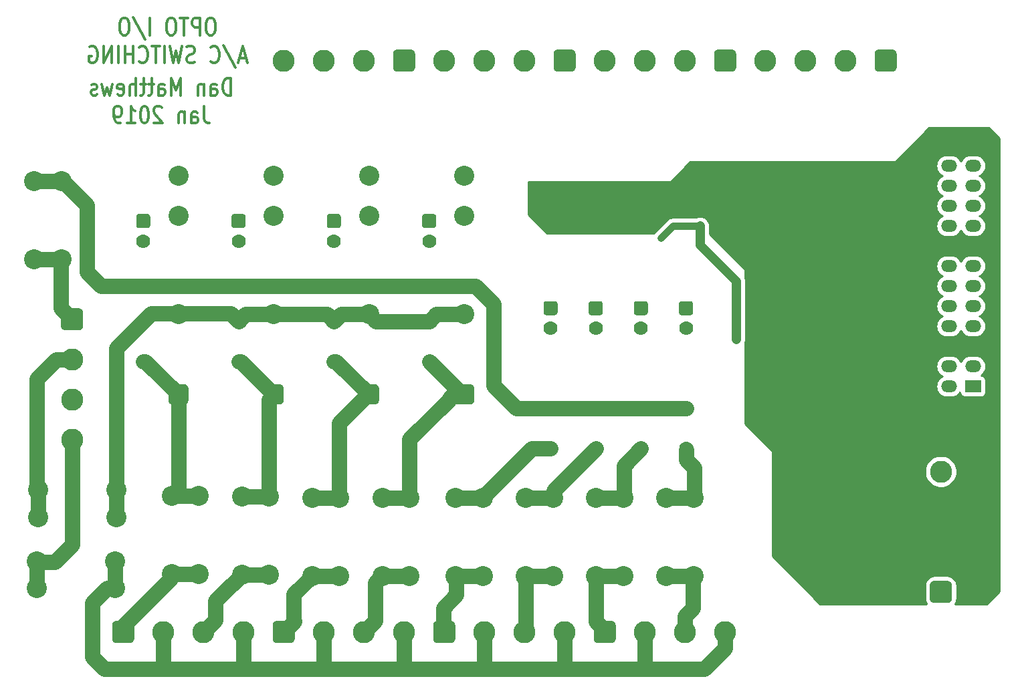
<source format=gbl>
G04 #@! TF.GenerationSoftware,KiCad,Pcbnew,(6.0.0-rc1-dev-1670-gc0cd4c03f)*
G04 #@! TF.CreationDate,2019-02-03T16:26:57-05:00
G04 #@! TF.ProjectId,AC_ISO_Board,41435f49-534f-45f4-926f-6172642e6b69,rev?*
G04 #@! TF.SameCoordinates,Original*
G04 #@! TF.FileFunction,Copper,L2,Bot*
G04 #@! TF.FilePolarity,Positive*
%FSLAX46Y46*%
G04 Gerber Fmt 4.6, Leading zero omitted, Abs format (unit mm)*
G04 Created by KiCad (PCBNEW (6.0.0-rc1-dev-1670-gc0cd4c03f)) date 2019-02-03 16:26:57*
%MOMM*%
%LPD*%
G04 APERTURE LIST*
%ADD10C,0.304800*%
%ADD11C,0.100000*%
%ADD12C,1.778000*%
%ADD13C,2.540000*%
%ADD14C,2.800000*%
%ADD15O,2.000000X1.500000*%
%ADD16R,2.000000X1.500000*%
%ADD17C,0.812800*%
%ADD18C,0.889000*%
%ADD19C,1.143000*%
%ADD20C,1.905000*%
%ADD21C,0.254000*%
G04 APERTURE END LIST*
D10*
X102531333Y-64737040D02*
X102531333Y-62578040D01*
X102108000Y-62578040D01*
X101854000Y-62680850D01*
X101684666Y-62886469D01*
X101600000Y-63092088D01*
X101515333Y-63503326D01*
X101515333Y-63811754D01*
X101600000Y-64222992D01*
X101684666Y-64428611D01*
X101854000Y-64634230D01*
X102108000Y-64737040D01*
X102531333Y-64737040D01*
X99991333Y-64737040D02*
X99991333Y-63606135D01*
X100076000Y-63400516D01*
X100245333Y-63297707D01*
X100584000Y-63297707D01*
X100753333Y-63400516D01*
X99991333Y-64634230D02*
X100160666Y-64737040D01*
X100584000Y-64737040D01*
X100753333Y-64634230D01*
X100838000Y-64428611D01*
X100838000Y-64222992D01*
X100753333Y-64017373D01*
X100584000Y-63914564D01*
X100160666Y-63914564D01*
X99991333Y-63811754D01*
X99144666Y-63297707D02*
X99144666Y-64737040D01*
X99144666Y-63503326D02*
X99060000Y-63400516D01*
X98890666Y-63297707D01*
X98636666Y-63297707D01*
X98467333Y-63400516D01*
X98382666Y-63606135D01*
X98382666Y-64737040D01*
X96181333Y-64737040D02*
X96181333Y-62578040D01*
X95588666Y-64120183D01*
X94996000Y-62578040D01*
X94996000Y-64737040D01*
X93387333Y-64737040D02*
X93387333Y-63606135D01*
X93472000Y-63400516D01*
X93641333Y-63297707D01*
X93980000Y-63297707D01*
X94149333Y-63400516D01*
X93387333Y-64634230D02*
X93556666Y-64737040D01*
X93980000Y-64737040D01*
X94149333Y-64634230D01*
X94234000Y-64428611D01*
X94234000Y-64222992D01*
X94149333Y-64017373D01*
X93980000Y-63914564D01*
X93556666Y-63914564D01*
X93387333Y-63811754D01*
X92794666Y-63297707D02*
X92117333Y-63297707D01*
X92540666Y-62578040D02*
X92540666Y-64428611D01*
X92456000Y-64634230D01*
X92286666Y-64737040D01*
X92117333Y-64737040D01*
X91778666Y-63297707D02*
X91101333Y-63297707D01*
X91524666Y-62578040D02*
X91524666Y-64428611D01*
X91440000Y-64634230D01*
X91270666Y-64737040D01*
X91101333Y-64737040D01*
X90508666Y-64737040D02*
X90508666Y-62578040D01*
X89746666Y-64737040D02*
X89746666Y-63606135D01*
X89831333Y-63400516D01*
X90000666Y-63297707D01*
X90254666Y-63297707D01*
X90424000Y-63400516D01*
X90508666Y-63503326D01*
X88222666Y-64634230D02*
X88392000Y-64737040D01*
X88730666Y-64737040D01*
X88900000Y-64634230D01*
X88984666Y-64428611D01*
X88984666Y-63606135D01*
X88900000Y-63400516D01*
X88730666Y-63297707D01*
X88392000Y-63297707D01*
X88222666Y-63400516D01*
X88138000Y-63606135D01*
X88138000Y-63811754D01*
X88984666Y-64017373D01*
X87545333Y-63297707D02*
X87206666Y-64737040D01*
X86868000Y-63708945D01*
X86529333Y-64737040D01*
X86190666Y-63297707D01*
X85598000Y-64634230D02*
X85428666Y-64737040D01*
X85090000Y-64737040D01*
X84920666Y-64634230D01*
X84836000Y-64428611D01*
X84836000Y-64325802D01*
X84920666Y-64120183D01*
X85090000Y-64017373D01*
X85344000Y-64017373D01*
X85513333Y-63914564D01*
X85598000Y-63708945D01*
X85598000Y-63606135D01*
X85513333Y-63400516D01*
X85344000Y-63297707D01*
X85090000Y-63297707D01*
X84920666Y-63400516D01*
X99144666Y-66121340D02*
X99144666Y-67663483D01*
X99229333Y-67971911D01*
X99398666Y-68177530D01*
X99652666Y-68280340D01*
X99822000Y-68280340D01*
X97536000Y-68280340D02*
X97536000Y-67149435D01*
X97620666Y-66943816D01*
X97790000Y-66841007D01*
X98128666Y-66841007D01*
X98298000Y-66943816D01*
X97536000Y-68177530D02*
X97705333Y-68280340D01*
X98128666Y-68280340D01*
X98298000Y-68177530D01*
X98382666Y-67971911D01*
X98382666Y-67766292D01*
X98298000Y-67560673D01*
X98128666Y-67457864D01*
X97705333Y-67457864D01*
X97536000Y-67355054D01*
X96689333Y-66841007D02*
X96689333Y-68280340D01*
X96689333Y-67046626D02*
X96604666Y-66943816D01*
X96435333Y-66841007D01*
X96181333Y-66841007D01*
X96012000Y-66943816D01*
X95927333Y-67149435D01*
X95927333Y-68280340D01*
X93810666Y-66326959D02*
X93726000Y-66224150D01*
X93556666Y-66121340D01*
X93133333Y-66121340D01*
X92964000Y-66224150D01*
X92879333Y-66326959D01*
X92794666Y-66532578D01*
X92794666Y-66738197D01*
X92879333Y-67046626D01*
X93895333Y-68280340D01*
X92794666Y-68280340D01*
X91694000Y-66121340D02*
X91524666Y-66121340D01*
X91355333Y-66224150D01*
X91270666Y-66326959D01*
X91186000Y-66532578D01*
X91101333Y-66943816D01*
X91101333Y-67457864D01*
X91186000Y-67869102D01*
X91270666Y-68074721D01*
X91355333Y-68177530D01*
X91524666Y-68280340D01*
X91694000Y-68280340D01*
X91863333Y-68177530D01*
X91948000Y-68074721D01*
X92032666Y-67869102D01*
X92117333Y-67457864D01*
X92117333Y-66943816D01*
X92032666Y-66532578D01*
X91948000Y-66326959D01*
X91863333Y-66224150D01*
X91694000Y-66121340D01*
X89408000Y-68280340D02*
X90424000Y-68280340D01*
X89916000Y-68280340D02*
X89916000Y-66121340D01*
X90085333Y-66429769D01*
X90254666Y-66635388D01*
X90424000Y-66738197D01*
X88561333Y-68280340D02*
X88222666Y-68280340D01*
X88053333Y-68177530D01*
X87968666Y-68074721D01*
X87799333Y-67766292D01*
X87714666Y-67355054D01*
X87714666Y-66532578D01*
X87799333Y-66326959D01*
X87884000Y-66224150D01*
X88053333Y-66121340D01*
X88392000Y-66121340D01*
X88561333Y-66224150D01*
X88646000Y-66326959D01*
X88730666Y-66532578D01*
X88730666Y-67046626D01*
X88646000Y-67252245D01*
X88561333Y-67355054D01*
X88392000Y-67457864D01*
X88053333Y-67457864D01*
X87884000Y-67355054D01*
X87799333Y-67252245D01*
X87714666Y-67046626D01*
X100118333Y-54958040D02*
X99779666Y-54958040D01*
X99610333Y-55060850D01*
X99441000Y-55266469D01*
X99356333Y-55677707D01*
X99356333Y-56397373D01*
X99441000Y-56808611D01*
X99610333Y-57014230D01*
X99779666Y-57117040D01*
X100118333Y-57117040D01*
X100287666Y-57014230D01*
X100457000Y-56808611D01*
X100541666Y-56397373D01*
X100541666Y-55677707D01*
X100457000Y-55266469D01*
X100287666Y-55060850D01*
X100118333Y-54958040D01*
X98594333Y-57117040D02*
X98594333Y-54958040D01*
X97917000Y-54958040D01*
X97747666Y-55060850D01*
X97663000Y-55163659D01*
X97578333Y-55369278D01*
X97578333Y-55677707D01*
X97663000Y-55883326D01*
X97747666Y-55986135D01*
X97917000Y-56088945D01*
X98594333Y-56088945D01*
X97070333Y-54958040D02*
X96054333Y-54958040D01*
X96562333Y-57117040D02*
X96562333Y-54958040D01*
X95123000Y-54958040D02*
X94784333Y-54958040D01*
X94615000Y-55060850D01*
X94445666Y-55266469D01*
X94361000Y-55677707D01*
X94361000Y-56397373D01*
X94445666Y-56808611D01*
X94615000Y-57014230D01*
X94784333Y-57117040D01*
X95123000Y-57117040D01*
X95292333Y-57014230D01*
X95461666Y-56808611D01*
X95546333Y-56397373D01*
X95546333Y-55677707D01*
X95461666Y-55266469D01*
X95292333Y-55060850D01*
X95123000Y-54958040D01*
X92244333Y-57117040D02*
X92244333Y-54958040D01*
X90127666Y-54855230D02*
X91651666Y-57631088D01*
X89196333Y-54958040D02*
X88857666Y-54958040D01*
X88688333Y-55060850D01*
X88519000Y-55266469D01*
X88434333Y-55677707D01*
X88434333Y-56397373D01*
X88519000Y-56808611D01*
X88688333Y-57014230D01*
X88857666Y-57117040D01*
X89196333Y-57117040D01*
X89365666Y-57014230D01*
X89535000Y-56808611D01*
X89619666Y-56397373D01*
X89619666Y-55677707D01*
X89535000Y-55266469D01*
X89365666Y-55060850D01*
X89196333Y-54958040D01*
X104436333Y-60043483D02*
X103589666Y-60043483D01*
X104605666Y-60660340D02*
X104013000Y-58501340D01*
X103420333Y-60660340D01*
X101557666Y-58398530D02*
X103081666Y-61174388D01*
X99949000Y-60454721D02*
X100033666Y-60557530D01*
X100287666Y-60660340D01*
X100457000Y-60660340D01*
X100711000Y-60557530D01*
X100880333Y-60351911D01*
X100965000Y-60146292D01*
X101049666Y-59735054D01*
X101049666Y-59426626D01*
X100965000Y-59015388D01*
X100880333Y-58809769D01*
X100711000Y-58604150D01*
X100457000Y-58501340D01*
X100287666Y-58501340D01*
X100033666Y-58604150D01*
X99949000Y-58706959D01*
X97917000Y-60557530D02*
X97663000Y-60660340D01*
X97239666Y-60660340D01*
X97070333Y-60557530D01*
X96985666Y-60454721D01*
X96901000Y-60249102D01*
X96901000Y-60043483D01*
X96985666Y-59837864D01*
X97070333Y-59735054D01*
X97239666Y-59632245D01*
X97578333Y-59529435D01*
X97747666Y-59426626D01*
X97832333Y-59323816D01*
X97917000Y-59118197D01*
X97917000Y-58912578D01*
X97832333Y-58706959D01*
X97747666Y-58604150D01*
X97578333Y-58501340D01*
X97155000Y-58501340D01*
X96901000Y-58604150D01*
X96308333Y-58501340D02*
X95885000Y-60660340D01*
X95546333Y-59118197D01*
X95207666Y-60660340D01*
X94784333Y-58501340D01*
X94107000Y-60660340D02*
X94107000Y-58501340D01*
X93514333Y-58501340D02*
X92498333Y-58501340D01*
X93006333Y-60660340D02*
X93006333Y-58501340D01*
X90889666Y-60454721D02*
X90974333Y-60557530D01*
X91228333Y-60660340D01*
X91397666Y-60660340D01*
X91651666Y-60557530D01*
X91821000Y-60351911D01*
X91905666Y-60146292D01*
X91990333Y-59735054D01*
X91990333Y-59426626D01*
X91905666Y-59015388D01*
X91821000Y-58809769D01*
X91651666Y-58604150D01*
X91397666Y-58501340D01*
X91228333Y-58501340D01*
X90974333Y-58604150D01*
X90889666Y-58706959D01*
X90127666Y-60660340D02*
X90127666Y-58501340D01*
X90127666Y-59529435D02*
X89111666Y-59529435D01*
X89111666Y-60660340D02*
X89111666Y-58501340D01*
X88265000Y-60660340D02*
X88265000Y-58501340D01*
X87418333Y-60660340D02*
X87418333Y-58501340D01*
X86402333Y-60660340D01*
X86402333Y-58501340D01*
X84624333Y-58604150D02*
X84793666Y-58501340D01*
X85047666Y-58501340D01*
X85301666Y-58604150D01*
X85471000Y-58809769D01*
X85555666Y-59015388D01*
X85640333Y-59426626D01*
X85640333Y-59735054D01*
X85555666Y-60146292D01*
X85471000Y-60351911D01*
X85301666Y-60557530D01*
X85047666Y-60660340D01*
X84878333Y-60660340D01*
X84624333Y-60557530D01*
X84539666Y-60454721D01*
X84539666Y-59735054D01*
X84878333Y-59735054D01*
D11*
G36*
X160715255Y-90806712D02*
G01*
X160749774Y-90811833D01*
X160783625Y-90820312D01*
X160816482Y-90832068D01*
X160848029Y-90846989D01*
X160877961Y-90864929D01*
X160905990Y-90885717D01*
X160931847Y-90909153D01*
X160955283Y-90935010D01*
X160976071Y-90963039D01*
X160994011Y-90992971D01*
X161008932Y-91024518D01*
X161020688Y-91057375D01*
X161029167Y-91091226D01*
X161034288Y-91125745D01*
X161036000Y-91160600D01*
X161036000Y-92227400D01*
X161034288Y-92262255D01*
X161029167Y-92296774D01*
X161020688Y-92330625D01*
X161008932Y-92363482D01*
X160994011Y-92395029D01*
X160976071Y-92424961D01*
X160955283Y-92452990D01*
X160931847Y-92478847D01*
X160905990Y-92502283D01*
X160877961Y-92523071D01*
X160848029Y-92541011D01*
X160816482Y-92555932D01*
X160783625Y-92567688D01*
X160749774Y-92576167D01*
X160715255Y-92581288D01*
X160680400Y-92583000D01*
X159613600Y-92583000D01*
X159578745Y-92581288D01*
X159544226Y-92576167D01*
X159510375Y-92567688D01*
X159477518Y-92555932D01*
X159445971Y-92541011D01*
X159416039Y-92523071D01*
X159388010Y-92502283D01*
X159362153Y-92478847D01*
X159338717Y-92452990D01*
X159317929Y-92424961D01*
X159299989Y-92395029D01*
X159285068Y-92363482D01*
X159273312Y-92330625D01*
X159264833Y-92296774D01*
X159259712Y-92262255D01*
X159258000Y-92227400D01*
X159258000Y-91160600D01*
X159259712Y-91125745D01*
X159264833Y-91091226D01*
X159273312Y-91057375D01*
X159285068Y-91024518D01*
X159299989Y-90992971D01*
X159317929Y-90963039D01*
X159338717Y-90935010D01*
X159362153Y-90909153D01*
X159388010Y-90885717D01*
X159416039Y-90864929D01*
X159445971Y-90846989D01*
X159477518Y-90832068D01*
X159510375Y-90820312D01*
X159544226Y-90811833D01*
X159578745Y-90806712D01*
X159613600Y-90805000D01*
X160680400Y-90805000D01*
X160715255Y-90806712D01*
X160715255Y-90806712D01*
G37*
D12*
X160147000Y-91694000D03*
X160147000Y-94234000D03*
X160147000Y-104394000D03*
X160147000Y-109474000D03*
D13*
X161086800Y-115697000D03*
X157683200Y-115697000D03*
X161086800Y-125603000D03*
X157683200Y-125603000D03*
X148793200Y-125603000D03*
X152196800Y-125603000D03*
X148793200Y-115697000D03*
X152196800Y-115697000D03*
X143306800Y-115697000D03*
X139903200Y-115697000D03*
X143306800Y-125603000D03*
X139903200Y-125603000D03*
X131013200Y-125603000D03*
X134416800Y-125603000D03*
X131013200Y-115697000D03*
X134416800Y-115697000D03*
X125145800Y-115697000D03*
X121742200Y-115697000D03*
X125145800Y-125603000D03*
X121742200Y-125603000D03*
X116255800Y-115697000D03*
X112852200Y-115697000D03*
X116255800Y-125603000D03*
X112852200Y-125603000D03*
X103962200Y-125476000D03*
X107365800Y-125476000D03*
X103962200Y-115570000D03*
X107365800Y-115570000D03*
X95072200Y-125349000D03*
X98475800Y-125349000D03*
X95072200Y-115443000D03*
X98475800Y-115443000D03*
X78105000Y-114757200D03*
X78105000Y-118160800D03*
X88011000Y-114757200D03*
X88011000Y-118160800D03*
X87884000Y-127177800D03*
X87884000Y-123774200D03*
X77978000Y-127177800D03*
X77978000Y-123774200D03*
D14*
X149860000Y-60325000D03*
X154940000Y-60325000D03*
X160020000Y-60325000D03*
D11*
G36*
X165994890Y-58927697D02*
G01*
X166049251Y-58935760D01*
X166102559Y-58949113D01*
X166154303Y-58967627D01*
X166203982Y-58991124D01*
X166251119Y-59019377D01*
X166295260Y-59052114D01*
X166335980Y-59089020D01*
X166372886Y-59129740D01*
X166405623Y-59173881D01*
X166433876Y-59221018D01*
X166457373Y-59270697D01*
X166475887Y-59322441D01*
X166489240Y-59375749D01*
X166497303Y-59430110D01*
X166500000Y-59485000D01*
X166500000Y-61165000D01*
X166497303Y-61219890D01*
X166489240Y-61274251D01*
X166475887Y-61327559D01*
X166457373Y-61379303D01*
X166433876Y-61428982D01*
X166405623Y-61476119D01*
X166372886Y-61520260D01*
X166335980Y-61560980D01*
X166295260Y-61597886D01*
X166251119Y-61630623D01*
X166203982Y-61658876D01*
X166154303Y-61682373D01*
X166102559Y-61700887D01*
X166049251Y-61714240D01*
X165994890Y-61722303D01*
X165940000Y-61725000D01*
X164260000Y-61725000D01*
X164205110Y-61722303D01*
X164150749Y-61714240D01*
X164097441Y-61700887D01*
X164045697Y-61682373D01*
X163996018Y-61658876D01*
X163948881Y-61630623D01*
X163904740Y-61597886D01*
X163864020Y-61560980D01*
X163827114Y-61520260D01*
X163794377Y-61476119D01*
X163766124Y-61428982D01*
X163742627Y-61379303D01*
X163724113Y-61327559D01*
X163710760Y-61274251D01*
X163702697Y-61219890D01*
X163700000Y-61165000D01*
X163700000Y-59485000D01*
X163702697Y-59430110D01*
X163710760Y-59375749D01*
X163724113Y-59322441D01*
X163742627Y-59270697D01*
X163766124Y-59221018D01*
X163794377Y-59173881D01*
X163827114Y-59129740D01*
X163864020Y-59089020D01*
X163904740Y-59052114D01*
X163948881Y-59019377D01*
X163996018Y-58991124D01*
X164045697Y-58967627D01*
X164097441Y-58949113D01*
X164150749Y-58935760D01*
X164205110Y-58927697D01*
X164260000Y-58925000D01*
X165940000Y-58925000D01*
X165994890Y-58927697D01*
X165994890Y-58927697D01*
G37*
D14*
X165100000Y-60325000D03*
X82423000Y-108331000D03*
X82423000Y-103251000D03*
X82423000Y-98171000D03*
D11*
G36*
X83317890Y-91693697D02*
G01*
X83372251Y-91701760D01*
X83425559Y-91715113D01*
X83477303Y-91733627D01*
X83526982Y-91757124D01*
X83574119Y-91785377D01*
X83618260Y-91818114D01*
X83658980Y-91855020D01*
X83695886Y-91895740D01*
X83728623Y-91939881D01*
X83756876Y-91987018D01*
X83780373Y-92036697D01*
X83798887Y-92088441D01*
X83812240Y-92141749D01*
X83820303Y-92196110D01*
X83823000Y-92251000D01*
X83823000Y-93931000D01*
X83820303Y-93985890D01*
X83812240Y-94040251D01*
X83798887Y-94093559D01*
X83780373Y-94145303D01*
X83756876Y-94194982D01*
X83728623Y-94242119D01*
X83695886Y-94286260D01*
X83658980Y-94326980D01*
X83618260Y-94363886D01*
X83574119Y-94396623D01*
X83526982Y-94424876D01*
X83477303Y-94448373D01*
X83425559Y-94466887D01*
X83372251Y-94480240D01*
X83317890Y-94488303D01*
X83263000Y-94491000D01*
X81583000Y-94491000D01*
X81528110Y-94488303D01*
X81473749Y-94480240D01*
X81420441Y-94466887D01*
X81368697Y-94448373D01*
X81319018Y-94424876D01*
X81271881Y-94396623D01*
X81227740Y-94363886D01*
X81187020Y-94326980D01*
X81150114Y-94286260D01*
X81117377Y-94242119D01*
X81089124Y-94194982D01*
X81065627Y-94145303D01*
X81047113Y-94093559D01*
X81033760Y-94040251D01*
X81025697Y-93985890D01*
X81023000Y-93931000D01*
X81023000Y-92251000D01*
X81025697Y-92196110D01*
X81033760Y-92141749D01*
X81047113Y-92088441D01*
X81065627Y-92036697D01*
X81089124Y-91987018D01*
X81117377Y-91939881D01*
X81150114Y-91895740D01*
X81187020Y-91855020D01*
X81227740Y-91818114D01*
X81271881Y-91785377D01*
X81319018Y-91757124D01*
X81368697Y-91733627D01*
X81420441Y-91715113D01*
X81473749Y-91701760D01*
X81528110Y-91693697D01*
X81583000Y-91691000D01*
X83263000Y-91691000D01*
X83317890Y-91693697D01*
X83317890Y-91693697D01*
G37*
D14*
X82423000Y-93091000D03*
D11*
G36*
X150754890Y-131317697D02*
G01*
X150809251Y-131325760D01*
X150862559Y-131339113D01*
X150914303Y-131357627D01*
X150963982Y-131381124D01*
X151011119Y-131409377D01*
X151055260Y-131442114D01*
X151095980Y-131479020D01*
X151132886Y-131519740D01*
X151165623Y-131563881D01*
X151193876Y-131611018D01*
X151217373Y-131660697D01*
X151235887Y-131712441D01*
X151249240Y-131765749D01*
X151257303Y-131820110D01*
X151260000Y-131875000D01*
X151260000Y-133555000D01*
X151257303Y-133609890D01*
X151249240Y-133664251D01*
X151235887Y-133717559D01*
X151217373Y-133769303D01*
X151193876Y-133818982D01*
X151165623Y-133866119D01*
X151132886Y-133910260D01*
X151095980Y-133950980D01*
X151055260Y-133987886D01*
X151011119Y-134020623D01*
X150963982Y-134048876D01*
X150914303Y-134072373D01*
X150862559Y-134090887D01*
X150809251Y-134104240D01*
X150754890Y-134112303D01*
X150700000Y-134115000D01*
X149020000Y-134115000D01*
X148965110Y-134112303D01*
X148910749Y-134104240D01*
X148857441Y-134090887D01*
X148805697Y-134072373D01*
X148756018Y-134048876D01*
X148708881Y-134020623D01*
X148664740Y-133987886D01*
X148624020Y-133950980D01*
X148587114Y-133910260D01*
X148554377Y-133866119D01*
X148526124Y-133818982D01*
X148502627Y-133769303D01*
X148484113Y-133717559D01*
X148470760Y-133664251D01*
X148462697Y-133609890D01*
X148460000Y-133555000D01*
X148460000Y-131875000D01*
X148462697Y-131820110D01*
X148470760Y-131765749D01*
X148484113Y-131712441D01*
X148502627Y-131660697D01*
X148526124Y-131611018D01*
X148554377Y-131563881D01*
X148587114Y-131519740D01*
X148624020Y-131479020D01*
X148664740Y-131442114D01*
X148708881Y-131409377D01*
X148756018Y-131381124D01*
X148805697Y-131357627D01*
X148857441Y-131339113D01*
X148910749Y-131325760D01*
X148965110Y-131317697D01*
X149020000Y-131315000D01*
X150700000Y-131315000D01*
X150754890Y-131317697D01*
X150754890Y-131317697D01*
G37*
D14*
X149860000Y-132715000D03*
X154940000Y-132715000D03*
X160020000Y-132715000D03*
X165100000Y-132715000D03*
D11*
G36*
X130434890Y-131317697D02*
G01*
X130489251Y-131325760D01*
X130542559Y-131339113D01*
X130594303Y-131357627D01*
X130643982Y-131381124D01*
X130691119Y-131409377D01*
X130735260Y-131442114D01*
X130775980Y-131479020D01*
X130812886Y-131519740D01*
X130845623Y-131563881D01*
X130873876Y-131611018D01*
X130897373Y-131660697D01*
X130915887Y-131712441D01*
X130929240Y-131765749D01*
X130937303Y-131820110D01*
X130940000Y-131875000D01*
X130940000Y-133555000D01*
X130937303Y-133609890D01*
X130929240Y-133664251D01*
X130915887Y-133717559D01*
X130897373Y-133769303D01*
X130873876Y-133818982D01*
X130845623Y-133866119D01*
X130812886Y-133910260D01*
X130775980Y-133950980D01*
X130735260Y-133987886D01*
X130691119Y-134020623D01*
X130643982Y-134048876D01*
X130594303Y-134072373D01*
X130542559Y-134090887D01*
X130489251Y-134104240D01*
X130434890Y-134112303D01*
X130380000Y-134115000D01*
X128700000Y-134115000D01*
X128645110Y-134112303D01*
X128590749Y-134104240D01*
X128537441Y-134090887D01*
X128485697Y-134072373D01*
X128436018Y-134048876D01*
X128388881Y-134020623D01*
X128344740Y-133987886D01*
X128304020Y-133950980D01*
X128267114Y-133910260D01*
X128234377Y-133866119D01*
X128206124Y-133818982D01*
X128182627Y-133769303D01*
X128164113Y-133717559D01*
X128150760Y-133664251D01*
X128142697Y-133609890D01*
X128140000Y-133555000D01*
X128140000Y-131875000D01*
X128142697Y-131820110D01*
X128150760Y-131765749D01*
X128164113Y-131712441D01*
X128182627Y-131660697D01*
X128206124Y-131611018D01*
X128234377Y-131563881D01*
X128267114Y-131519740D01*
X128304020Y-131479020D01*
X128344740Y-131442114D01*
X128388881Y-131409377D01*
X128436018Y-131381124D01*
X128485697Y-131357627D01*
X128537441Y-131339113D01*
X128590749Y-131325760D01*
X128645110Y-131317697D01*
X128700000Y-131315000D01*
X130380000Y-131315000D01*
X130434890Y-131317697D01*
X130434890Y-131317697D01*
G37*
D14*
X129540000Y-132715000D03*
X134620000Y-132715000D03*
X139700000Y-132715000D03*
X144780000Y-132715000D03*
X124460000Y-132715000D03*
X119380000Y-132715000D03*
X114300000Y-132715000D03*
D11*
G36*
X110114890Y-131317697D02*
G01*
X110169251Y-131325760D01*
X110222559Y-131339113D01*
X110274303Y-131357627D01*
X110323982Y-131381124D01*
X110371119Y-131409377D01*
X110415260Y-131442114D01*
X110455980Y-131479020D01*
X110492886Y-131519740D01*
X110525623Y-131563881D01*
X110553876Y-131611018D01*
X110577373Y-131660697D01*
X110595887Y-131712441D01*
X110609240Y-131765749D01*
X110617303Y-131820110D01*
X110620000Y-131875000D01*
X110620000Y-133555000D01*
X110617303Y-133609890D01*
X110609240Y-133664251D01*
X110595887Y-133717559D01*
X110577373Y-133769303D01*
X110553876Y-133818982D01*
X110525623Y-133866119D01*
X110492886Y-133910260D01*
X110455980Y-133950980D01*
X110415260Y-133987886D01*
X110371119Y-134020623D01*
X110323982Y-134048876D01*
X110274303Y-134072373D01*
X110222559Y-134090887D01*
X110169251Y-134104240D01*
X110114890Y-134112303D01*
X110060000Y-134115000D01*
X108380000Y-134115000D01*
X108325110Y-134112303D01*
X108270749Y-134104240D01*
X108217441Y-134090887D01*
X108165697Y-134072373D01*
X108116018Y-134048876D01*
X108068881Y-134020623D01*
X108024740Y-133987886D01*
X107984020Y-133950980D01*
X107947114Y-133910260D01*
X107914377Y-133866119D01*
X107886124Y-133818982D01*
X107862627Y-133769303D01*
X107844113Y-133717559D01*
X107830760Y-133664251D01*
X107822697Y-133609890D01*
X107820000Y-133555000D01*
X107820000Y-131875000D01*
X107822697Y-131820110D01*
X107830760Y-131765749D01*
X107844113Y-131712441D01*
X107862627Y-131660697D01*
X107886124Y-131611018D01*
X107914377Y-131563881D01*
X107947114Y-131519740D01*
X107984020Y-131479020D01*
X108024740Y-131442114D01*
X108068881Y-131409377D01*
X108116018Y-131381124D01*
X108165697Y-131357627D01*
X108217441Y-131339113D01*
X108270749Y-131325760D01*
X108325110Y-131317697D01*
X108380000Y-131315000D01*
X110060000Y-131315000D01*
X110114890Y-131317697D01*
X110114890Y-131317697D01*
G37*
D14*
X109220000Y-132715000D03*
D11*
G36*
X89794890Y-131317697D02*
G01*
X89849251Y-131325760D01*
X89902559Y-131339113D01*
X89954303Y-131357627D01*
X90003982Y-131381124D01*
X90051119Y-131409377D01*
X90095260Y-131442114D01*
X90135980Y-131479020D01*
X90172886Y-131519740D01*
X90205623Y-131563881D01*
X90233876Y-131611018D01*
X90257373Y-131660697D01*
X90275887Y-131712441D01*
X90289240Y-131765749D01*
X90297303Y-131820110D01*
X90300000Y-131875000D01*
X90300000Y-133555000D01*
X90297303Y-133609890D01*
X90289240Y-133664251D01*
X90275887Y-133717559D01*
X90257373Y-133769303D01*
X90233876Y-133818982D01*
X90205623Y-133866119D01*
X90172886Y-133910260D01*
X90135980Y-133950980D01*
X90095260Y-133987886D01*
X90051119Y-134020623D01*
X90003982Y-134048876D01*
X89954303Y-134072373D01*
X89902559Y-134090887D01*
X89849251Y-134104240D01*
X89794890Y-134112303D01*
X89740000Y-134115000D01*
X88060000Y-134115000D01*
X88005110Y-134112303D01*
X87950749Y-134104240D01*
X87897441Y-134090887D01*
X87845697Y-134072373D01*
X87796018Y-134048876D01*
X87748881Y-134020623D01*
X87704740Y-133987886D01*
X87664020Y-133950980D01*
X87627114Y-133910260D01*
X87594377Y-133866119D01*
X87566124Y-133818982D01*
X87542627Y-133769303D01*
X87524113Y-133717559D01*
X87510760Y-133664251D01*
X87502697Y-133609890D01*
X87500000Y-133555000D01*
X87500000Y-131875000D01*
X87502697Y-131820110D01*
X87510760Y-131765749D01*
X87524113Y-131712441D01*
X87542627Y-131660697D01*
X87566124Y-131611018D01*
X87594377Y-131563881D01*
X87627114Y-131519740D01*
X87664020Y-131479020D01*
X87704740Y-131442114D01*
X87748881Y-131409377D01*
X87796018Y-131381124D01*
X87845697Y-131357627D01*
X87897441Y-131339113D01*
X87950749Y-131325760D01*
X88005110Y-131317697D01*
X88060000Y-131315000D01*
X89740000Y-131315000D01*
X89794890Y-131317697D01*
X89794890Y-131317697D01*
G37*
D14*
X88900000Y-132715000D03*
X93980000Y-132715000D03*
X99060000Y-132715000D03*
X104140000Y-132715000D03*
D15*
X196465000Y-71120000D03*
X193425000Y-71120000D03*
X193425000Y-73660000D03*
X196465000Y-73660000D03*
X196465000Y-76200000D03*
X193425000Y-76200000D03*
X193425000Y-78740000D03*
X196465000Y-78740000D03*
X196465000Y-81280000D03*
X193425000Y-81280000D03*
X193425000Y-83820000D03*
X196465000Y-83820000D03*
X196465000Y-86360000D03*
X193425000Y-86360000D03*
X193425000Y-88900000D03*
X196465000Y-88900000D03*
X196465000Y-91440000D03*
X193425000Y-91440000D03*
X193425000Y-93980000D03*
X196465000Y-93980000D03*
D16*
X196465000Y-101600000D03*
D15*
X193425000Y-101600000D03*
X196465000Y-99060000D03*
X193425000Y-99060000D03*
X196465000Y-96520000D03*
X193425000Y-96520000D03*
D13*
X132080000Y-74930000D03*
X132080000Y-80010000D03*
X132080000Y-92456000D03*
D11*
G36*
X132891793Y-101348446D02*
G01*
X132941106Y-101355761D01*
X132989465Y-101367874D01*
X133036403Y-101384669D01*
X133081470Y-101405984D01*
X133124230Y-101431613D01*
X133164272Y-101461311D01*
X133201210Y-101494790D01*
X133234689Y-101531728D01*
X133264387Y-101571770D01*
X133290016Y-101614530D01*
X133311331Y-101659597D01*
X133328126Y-101706535D01*
X133340239Y-101754894D01*
X133347554Y-101804207D01*
X133350000Y-101854000D01*
X133350000Y-103378000D01*
X133347554Y-103427793D01*
X133340239Y-103477106D01*
X133328126Y-103525465D01*
X133311331Y-103572403D01*
X133290016Y-103617470D01*
X133264387Y-103660230D01*
X133234689Y-103700272D01*
X133201210Y-103737210D01*
X133164272Y-103770689D01*
X133124230Y-103800387D01*
X133081470Y-103826016D01*
X133036403Y-103847331D01*
X132989465Y-103864126D01*
X132941106Y-103876239D01*
X132891793Y-103883554D01*
X132842000Y-103886000D01*
X131318000Y-103886000D01*
X131268207Y-103883554D01*
X131218894Y-103876239D01*
X131170535Y-103864126D01*
X131123597Y-103847331D01*
X131078530Y-103826016D01*
X131035770Y-103800387D01*
X130995728Y-103770689D01*
X130958790Y-103737210D01*
X130925311Y-103700272D01*
X130895613Y-103660230D01*
X130869984Y-103617470D01*
X130848669Y-103572403D01*
X130831874Y-103525465D01*
X130819761Y-103477106D01*
X130812446Y-103427793D01*
X130810000Y-103378000D01*
X130810000Y-101854000D01*
X130812446Y-101804207D01*
X130819761Y-101754894D01*
X130831874Y-101706535D01*
X130848669Y-101659597D01*
X130869984Y-101614530D01*
X130895613Y-101571770D01*
X130925311Y-101531728D01*
X130958790Y-101494790D01*
X130995728Y-101461311D01*
X131035770Y-101431613D01*
X131078530Y-101405984D01*
X131123597Y-101384669D01*
X131170535Y-101367874D01*
X131218894Y-101355761D01*
X131268207Y-101348446D01*
X131318000Y-101346000D01*
X132842000Y-101346000D01*
X132891793Y-101348446D01*
X132891793Y-101348446D01*
G37*
D13*
X132080000Y-102616000D03*
D11*
G36*
X120826793Y-101348446D02*
G01*
X120876106Y-101355761D01*
X120924465Y-101367874D01*
X120971403Y-101384669D01*
X121016470Y-101405984D01*
X121059230Y-101431613D01*
X121099272Y-101461311D01*
X121136210Y-101494790D01*
X121169689Y-101531728D01*
X121199387Y-101571770D01*
X121225016Y-101614530D01*
X121246331Y-101659597D01*
X121263126Y-101706535D01*
X121275239Y-101754894D01*
X121282554Y-101804207D01*
X121285000Y-101854000D01*
X121285000Y-103378000D01*
X121282554Y-103427793D01*
X121275239Y-103477106D01*
X121263126Y-103525465D01*
X121246331Y-103572403D01*
X121225016Y-103617470D01*
X121199387Y-103660230D01*
X121169689Y-103700272D01*
X121136210Y-103737210D01*
X121099272Y-103770689D01*
X121059230Y-103800387D01*
X121016470Y-103826016D01*
X120971403Y-103847331D01*
X120924465Y-103864126D01*
X120876106Y-103876239D01*
X120826793Y-103883554D01*
X120777000Y-103886000D01*
X119253000Y-103886000D01*
X119203207Y-103883554D01*
X119153894Y-103876239D01*
X119105535Y-103864126D01*
X119058597Y-103847331D01*
X119013530Y-103826016D01*
X118970770Y-103800387D01*
X118930728Y-103770689D01*
X118893790Y-103737210D01*
X118860311Y-103700272D01*
X118830613Y-103660230D01*
X118804984Y-103617470D01*
X118783669Y-103572403D01*
X118766874Y-103525465D01*
X118754761Y-103477106D01*
X118747446Y-103427793D01*
X118745000Y-103378000D01*
X118745000Y-101854000D01*
X118747446Y-101804207D01*
X118754761Y-101754894D01*
X118766874Y-101706535D01*
X118783669Y-101659597D01*
X118804984Y-101614530D01*
X118830613Y-101571770D01*
X118860311Y-101531728D01*
X118893790Y-101494790D01*
X118930728Y-101461311D01*
X118970770Y-101431613D01*
X119013530Y-101405984D01*
X119058597Y-101384669D01*
X119105535Y-101367874D01*
X119153894Y-101355761D01*
X119203207Y-101348446D01*
X119253000Y-101346000D01*
X120777000Y-101346000D01*
X120826793Y-101348446D01*
X120826793Y-101348446D01*
G37*
D13*
X120015000Y-102616000D03*
X120015000Y-92456000D03*
X120015000Y-80010000D03*
X120015000Y-74930000D03*
X107950000Y-74930000D03*
X107950000Y-80010000D03*
X107950000Y-92456000D03*
D11*
G36*
X108761793Y-101348446D02*
G01*
X108811106Y-101355761D01*
X108859465Y-101367874D01*
X108906403Y-101384669D01*
X108951470Y-101405984D01*
X108994230Y-101431613D01*
X109034272Y-101461311D01*
X109071210Y-101494790D01*
X109104689Y-101531728D01*
X109134387Y-101571770D01*
X109160016Y-101614530D01*
X109181331Y-101659597D01*
X109198126Y-101706535D01*
X109210239Y-101754894D01*
X109217554Y-101804207D01*
X109220000Y-101854000D01*
X109220000Y-103378000D01*
X109217554Y-103427793D01*
X109210239Y-103477106D01*
X109198126Y-103525465D01*
X109181331Y-103572403D01*
X109160016Y-103617470D01*
X109134387Y-103660230D01*
X109104689Y-103700272D01*
X109071210Y-103737210D01*
X109034272Y-103770689D01*
X108994230Y-103800387D01*
X108951470Y-103826016D01*
X108906403Y-103847331D01*
X108859465Y-103864126D01*
X108811106Y-103876239D01*
X108761793Y-103883554D01*
X108712000Y-103886000D01*
X107188000Y-103886000D01*
X107138207Y-103883554D01*
X107088894Y-103876239D01*
X107040535Y-103864126D01*
X106993597Y-103847331D01*
X106948530Y-103826016D01*
X106905770Y-103800387D01*
X106865728Y-103770689D01*
X106828790Y-103737210D01*
X106795311Y-103700272D01*
X106765613Y-103660230D01*
X106739984Y-103617470D01*
X106718669Y-103572403D01*
X106701874Y-103525465D01*
X106689761Y-103477106D01*
X106682446Y-103427793D01*
X106680000Y-103378000D01*
X106680000Y-101854000D01*
X106682446Y-101804207D01*
X106689761Y-101754894D01*
X106701874Y-101706535D01*
X106718669Y-101659597D01*
X106739984Y-101614530D01*
X106765613Y-101571770D01*
X106795311Y-101531728D01*
X106828790Y-101494790D01*
X106865728Y-101461311D01*
X106905770Y-101431613D01*
X106948530Y-101405984D01*
X106993597Y-101384669D01*
X107040535Y-101367874D01*
X107088894Y-101355761D01*
X107138207Y-101348446D01*
X107188000Y-101346000D01*
X108712000Y-101346000D01*
X108761793Y-101348446D01*
X108761793Y-101348446D01*
G37*
D13*
X107950000Y-102616000D03*
D11*
G36*
X96696793Y-101348446D02*
G01*
X96746106Y-101355761D01*
X96794465Y-101367874D01*
X96841403Y-101384669D01*
X96886470Y-101405984D01*
X96929230Y-101431613D01*
X96969272Y-101461311D01*
X97006210Y-101494790D01*
X97039689Y-101531728D01*
X97069387Y-101571770D01*
X97095016Y-101614530D01*
X97116331Y-101659597D01*
X97133126Y-101706535D01*
X97145239Y-101754894D01*
X97152554Y-101804207D01*
X97155000Y-101854000D01*
X97155000Y-103378000D01*
X97152554Y-103427793D01*
X97145239Y-103477106D01*
X97133126Y-103525465D01*
X97116331Y-103572403D01*
X97095016Y-103617470D01*
X97069387Y-103660230D01*
X97039689Y-103700272D01*
X97006210Y-103737210D01*
X96969272Y-103770689D01*
X96929230Y-103800387D01*
X96886470Y-103826016D01*
X96841403Y-103847331D01*
X96794465Y-103864126D01*
X96746106Y-103876239D01*
X96696793Y-103883554D01*
X96647000Y-103886000D01*
X95123000Y-103886000D01*
X95073207Y-103883554D01*
X95023894Y-103876239D01*
X94975535Y-103864126D01*
X94928597Y-103847331D01*
X94883530Y-103826016D01*
X94840770Y-103800387D01*
X94800728Y-103770689D01*
X94763790Y-103737210D01*
X94730311Y-103700272D01*
X94700613Y-103660230D01*
X94674984Y-103617470D01*
X94653669Y-103572403D01*
X94636874Y-103525465D01*
X94624761Y-103477106D01*
X94617446Y-103427793D01*
X94615000Y-103378000D01*
X94615000Y-101854000D01*
X94617446Y-101804207D01*
X94624761Y-101754894D01*
X94636874Y-101706535D01*
X94653669Y-101659597D01*
X94674984Y-101614530D01*
X94700613Y-101571770D01*
X94730311Y-101531728D01*
X94763790Y-101494790D01*
X94800728Y-101461311D01*
X94840770Y-101431613D01*
X94883530Y-101405984D01*
X94928597Y-101384669D01*
X94975535Y-101367874D01*
X95023894Y-101355761D01*
X95073207Y-101348446D01*
X95123000Y-101346000D01*
X96647000Y-101346000D01*
X96696793Y-101348446D01*
X96696793Y-101348446D01*
G37*
D13*
X95885000Y-102616000D03*
X95885000Y-92456000D03*
X95885000Y-80010000D03*
X95885000Y-74930000D03*
D12*
X127635000Y-98425000D03*
X127635000Y-93345000D03*
X127635000Y-83185000D03*
D11*
G36*
X128203255Y-79757712D02*
G01*
X128237774Y-79762833D01*
X128271625Y-79771312D01*
X128304482Y-79783068D01*
X128336029Y-79797989D01*
X128365961Y-79815929D01*
X128393990Y-79836717D01*
X128419847Y-79860153D01*
X128443283Y-79886010D01*
X128464071Y-79914039D01*
X128482011Y-79943971D01*
X128496932Y-79975518D01*
X128508688Y-80008375D01*
X128517167Y-80042226D01*
X128522288Y-80076745D01*
X128524000Y-80111600D01*
X128524000Y-81178400D01*
X128522288Y-81213255D01*
X128517167Y-81247774D01*
X128508688Y-81281625D01*
X128496932Y-81314482D01*
X128482011Y-81346029D01*
X128464071Y-81375961D01*
X128443283Y-81403990D01*
X128419847Y-81429847D01*
X128393990Y-81453283D01*
X128365961Y-81474071D01*
X128336029Y-81492011D01*
X128304482Y-81506932D01*
X128271625Y-81518688D01*
X128237774Y-81527167D01*
X128203255Y-81532288D01*
X128168400Y-81534000D01*
X127101600Y-81534000D01*
X127066745Y-81532288D01*
X127032226Y-81527167D01*
X126998375Y-81518688D01*
X126965518Y-81506932D01*
X126933971Y-81492011D01*
X126904039Y-81474071D01*
X126876010Y-81453283D01*
X126850153Y-81429847D01*
X126826717Y-81403990D01*
X126805929Y-81375961D01*
X126787989Y-81346029D01*
X126773068Y-81314482D01*
X126761312Y-81281625D01*
X126752833Y-81247774D01*
X126747712Y-81213255D01*
X126746000Y-81178400D01*
X126746000Y-80111600D01*
X126747712Y-80076745D01*
X126752833Y-80042226D01*
X126761312Y-80008375D01*
X126773068Y-79975518D01*
X126787989Y-79943971D01*
X126805929Y-79914039D01*
X126826717Y-79886010D01*
X126850153Y-79860153D01*
X126876010Y-79836717D01*
X126904039Y-79815929D01*
X126933971Y-79797989D01*
X126965518Y-79783068D01*
X126998375Y-79771312D01*
X127032226Y-79762833D01*
X127066745Y-79757712D01*
X127101600Y-79756000D01*
X128168400Y-79756000D01*
X128203255Y-79757712D01*
X128203255Y-79757712D01*
G37*
D12*
X127635000Y-80645000D03*
D11*
G36*
X116138255Y-79757712D02*
G01*
X116172774Y-79762833D01*
X116206625Y-79771312D01*
X116239482Y-79783068D01*
X116271029Y-79797989D01*
X116300961Y-79815929D01*
X116328990Y-79836717D01*
X116354847Y-79860153D01*
X116378283Y-79886010D01*
X116399071Y-79914039D01*
X116417011Y-79943971D01*
X116431932Y-79975518D01*
X116443688Y-80008375D01*
X116452167Y-80042226D01*
X116457288Y-80076745D01*
X116459000Y-80111600D01*
X116459000Y-81178400D01*
X116457288Y-81213255D01*
X116452167Y-81247774D01*
X116443688Y-81281625D01*
X116431932Y-81314482D01*
X116417011Y-81346029D01*
X116399071Y-81375961D01*
X116378283Y-81403990D01*
X116354847Y-81429847D01*
X116328990Y-81453283D01*
X116300961Y-81474071D01*
X116271029Y-81492011D01*
X116239482Y-81506932D01*
X116206625Y-81518688D01*
X116172774Y-81527167D01*
X116138255Y-81532288D01*
X116103400Y-81534000D01*
X115036600Y-81534000D01*
X115001745Y-81532288D01*
X114967226Y-81527167D01*
X114933375Y-81518688D01*
X114900518Y-81506932D01*
X114868971Y-81492011D01*
X114839039Y-81474071D01*
X114811010Y-81453283D01*
X114785153Y-81429847D01*
X114761717Y-81403990D01*
X114740929Y-81375961D01*
X114722989Y-81346029D01*
X114708068Y-81314482D01*
X114696312Y-81281625D01*
X114687833Y-81247774D01*
X114682712Y-81213255D01*
X114681000Y-81178400D01*
X114681000Y-80111600D01*
X114682712Y-80076745D01*
X114687833Y-80042226D01*
X114696312Y-80008375D01*
X114708068Y-79975518D01*
X114722989Y-79943971D01*
X114740929Y-79914039D01*
X114761717Y-79886010D01*
X114785153Y-79860153D01*
X114811010Y-79836717D01*
X114839039Y-79815929D01*
X114868971Y-79797989D01*
X114900518Y-79783068D01*
X114933375Y-79771312D01*
X114967226Y-79762833D01*
X115001745Y-79757712D01*
X115036600Y-79756000D01*
X116103400Y-79756000D01*
X116138255Y-79757712D01*
X116138255Y-79757712D01*
G37*
D12*
X115570000Y-80645000D03*
X115570000Y-83185000D03*
X115570000Y-93345000D03*
X115570000Y-98425000D03*
X103505000Y-98425000D03*
X103505000Y-93345000D03*
X103505000Y-83185000D03*
D11*
G36*
X104073255Y-79757712D02*
G01*
X104107774Y-79762833D01*
X104141625Y-79771312D01*
X104174482Y-79783068D01*
X104206029Y-79797989D01*
X104235961Y-79815929D01*
X104263990Y-79836717D01*
X104289847Y-79860153D01*
X104313283Y-79886010D01*
X104334071Y-79914039D01*
X104352011Y-79943971D01*
X104366932Y-79975518D01*
X104378688Y-80008375D01*
X104387167Y-80042226D01*
X104392288Y-80076745D01*
X104394000Y-80111600D01*
X104394000Y-81178400D01*
X104392288Y-81213255D01*
X104387167Y-81247774D01*
X104378688Y-81281625D01*
X104366932Y-81314482D01*
X104352011Y-81346029D01*
X104334071Y-81375961D01*
X104313283Y-81403990D01*
X104289847Y-81429847D01*
X104263990Y-81453283D01*
X104235961Y-81474071D01*
X104206029Y-81492011D01*
X104174482Y-81506932D01*
X104141625Y-81518688D01*
X104107774Y-81527167D01*
X104073255Y-81532288D01*
X104038400Y-81534000D01*
X102971600Y-81534000D01*
X102936745Y-81532288D01*
X102902226Y-81527167D01*
X102868375Y-81518688D01*
X102835518Y-81506932D01*
X102803971Y-81492011D01*
X102774039Y-81474071D01*
X102746010Y-81453283D01*
X102720153Y-81429847D01*
X102696717Y-81403990D01*
X102675929Y-81375961D01*
X102657989Y-81346029D01*
X102643068Y-81314482D01*
X102631312Y-81281625D01*
X102622833Y-81247774D01*
X102617712Y-81213255D01*
X102616000Y-81178400D01*
X102616000Y-80111600D01*
X102617712Y-80076745D01*
X102622833Y-80042226D01*
X102631312Y-80008375D01*
X102643068Y-79975518D01*
X102657989Y-79943971D01*
X102675929Y-79914039D01*
X102696717Y-79886010D01*
X102720153Y-79860153D01*
X102746010Y-79836717D01*
X102774039Y-79815929D01*
X102803971Y-79797989D01*
X102835518Y-79783068D01*
X102868375Y-79771312D01*
X102902226Y-79762833D01*
X102936745Y-79757712D01*
X102971600Y-79756000D01*
X104038400Y-79756000D01*
X104073255Y-79757712D01*
X104073255Y-79757712D01*
G37*
D12*
X103505000Y-80645000D03*
D11*
G36*
X92008255Y-79757712D02*
G01*
X92042774Y-79762833D01*
X92076625Y-79771312D01*
X92109482Y-79783068D01*
X92141029Y-79797989D01*
X92170961Y-79815929D01*
X92198990Y-79836717D01*
X92224847Y-79860153D01*
X92248283Y-79886010D01*
X92269071Y-79914039D01*
X92287011Y-79943971D01*
X92301932Y-79975518D01*
X92313688Y-80008375D01*
X92322167Y-80042226D01*
X92327288Y-80076745D01*
X92329000Y-80111600D01*
X92329000Y-81178400D01*
X92327288Y-81213255D01*
X92322167Y-81247774D01*
X92313688Y-81281625D01*
X92301932Y-81314482D01*
X92287011Y-81346029D01*
X92269071Y-81375961D01*
X92248283Y-81403990D01*
X92224847Y-81429847D01*
X92198990Y-81453283D01*
X92170961Y-81474071D01*
X92141029Y-81492011D01*
X92109482Y-81506932D01*
X92076625Y-81518688D01*
X92042774Y-81527167D01*
X92008255Y-81532288D01*
X91973400Y-81534000D01*
X90906600Y-81534000D01*
X90871745Y-81532288D01*
X90837226Y-81527167D01*
X90803375Y-81518688D01*
X90770518Y-81506932D01*
X90738971Y-81492011D01*
X90709039Y-81474071D01*
X90681010Y-81453283D01*
X90655153Y-81429847D01*
X90631717Y-81403990D01*
X90610929Y-81375961D01*
X90592989Y-81346029D01*
X90578068Y-81314482D01*
X90566312Y-81281625D01*
X90557833Y-81247774D01*
X90552712Y-81213255D01*
X90551000Y-81178400D01*
X90551000Y-80111600D01*
X90552712Y-80076745D01*
X90557833Y-80042226D01*
X90566312Y-80008375D01*
X90578068Y-79975518D01*
X90592989Y-79943971D01*
X90610929Y-79914039D01*
X90631717Y-79886010D01*
X90655153Y-79860153D01*
X90681010Y-79836717D01*
X90709039Y-79815929D01*
X90738971Y-79797989D01*
X90770518Y-79783068D01*
X90803375Y-79771312D01*
X90837226Y-79762833D01*
X90871745Y-79757712D01*
X90906600Y-79756000D01*
X91973400Y-79756000D01*
X92008255Y-79757712D01*
X92008255Y-79757712D01*
G37*
D12*
X91440000Y-80645000D03*
X91440000Y-83185000D03*
X91440000Y-93345000D03*
X91440000Y-98425000D03*
X154432000Y-109474000D03*
X154432000Y-104394000D03*
X154432000Y-94234000D03*
D11*
G36*
X155000255Y-90806712D02*
G01*
X155034774Y-90811833D01*
X155068625Y-90820312D01*
X155101482Y-90832068D01*
X155133029Y-90846989D01*
X155162961Y-90864929D01*
X155190990Y-90885717D01*
X155216847Y-90909153D01*
X155240283Y-90935010D01*
X155261071Y-90963039D01*
X155279011Y-90992971D01*
X155293932Y-91024518D01*
X155305688Y-91057375D01*
X155314167Y-91091226D01*
X155319288Y-91125745D01*
X155321000Y-91160600D01*
X155321000Y-92227400D01*
X155319288Y-92262255D01*
X155314167Y-92296774D01*
X155305688Y-92330625D01*
X155293932Y-92363482D01*
X155279011Y-92395029D01*
X155261071Y-92424961D01*
X155240283Y-92452990D01*
X155216847Y-92478847D01*
X155190990Y-92502283D01*
X155162961Y-92523071D01*
X155133029Y-92541011D01*
X155101482Y-92555932D01*
X155068625Y-92567688D01*
X155034774Y-92576167D01*
X155000255Y-92581288D01*
X154965400Y-92583000D01*
X153898600Y-92583000D01*
X153863745Y-92581288D01*
X153829226Y-92576167D01*
X153795375Y-92567688D01*
X153762518Y-92555932D01*
X153730971Y-92541011D01*
X153701039Y-92523071D01*
X153673010Y-92502283D01*
X153647153Y-92478847D01*
X153623717Y-92452990D01*
X153602929Y-92424961D01*
X153584989Y-92395029D01*
X153570068Y-92363482D01*
X153558312Y-92330625D01*
X153549833Y-92296774D01*
X153544712Y-92262255D01*
X153543000Y-92227400D01*
X153543000Y-91160600D01*
X153544712Y-91125745D01*
X153549833Y-91091226D01*
X153558312Y-91057375D01*
X153570068Y-91024518D01*
X153584989Y-90992971D01*
X153602929Y-90963039D01*
X153623717Y-90935010D01*
X153647153Y-90909153D01*
X153673010Y-90885717D01*
X153701039Y-90864929D01*
X153730971Y-90846989D01*
X153762518Y-90832068D01*
X153795375Y-90820312D01*
X153829226Y-90811833D01*
X153863745Y-90806712D01*
X153898600Y-90805000D01*
X154965400Y-90805000D01*
X155000255Y-90806712D01*
X155000255Y-90806712D01*
G37*
D12*
X154432000Y-91694000D03*
D11*
G36*
X149285255Y-90806712D02*
G01*
X149319774Y-90811833D01*
X149353625Y-90820312D01*
X149386482Y-90832068D01*
X149418029Y-90846989D01*
X149447961Y-90864929D01*
X149475990Y-90885717D01*
X149501847Y-90909153D01*
X149525283Y-90935010D01*
X149546071Y-90963039D01*
X149564011Y-90992971D01*
X149578932Y-91024518D01*
X149590688Y-91057375D01*
X149599167Y-91091226D01*
X149604288Y-91125745D01*
X149606000Y-91160600D01*
X149606000Y-92227400D01*
X149604288Y-92262255D01*
X149599167Y-92296774D01*
X149590688Y-92330625D01*
X149578932Y-92363482D01*
X149564011Y-92395029D01*
X149546071Y-92424961D01*
X149525283Y-92452990D01*
X149501847Y-92478847D01*
X149475990Y-92502283D01*
X149447961Y-92523071D01*
X149418029Y-92541011D01*
X149386482Y-92555932D01*
X149353625Y-92567688D01*
X149319774Y-92576167D01*
X149285255Y-92581288D01*
X149250400Y-92583000D01*
X148183600Y-92583000D01*
X148148745Y-92581288D01*
X148114226Y-92576167D01*
X148080375Y-92567688D01*
X148047518Y-92555932D01*
X148015971Y-92541011D01*
X147986039Y-92523071D01*
X147958010Y-92502283D01*
X147932153Y-92478847D01*
X147908717Y-92452990D01*
X147887929Y-92424961D01*
X147869989Y-92395029D01*
X147855068Y-92363482D01*
X147843312Y-92330625D01*
X147834833Y-92296774D01*
X147829712Y-92262255D01*
X147828000Y-92227400D01*
X147828000Y-91160600D01*
X147829712Y-91125745D01*
X147834833Y-91091226D01*
X147843312Y-91057375D01*
X147855068Y-91024518D01*
X147869989Y-90992971D01*
X147887929Y-90963039D01*
X147908717Y-90935010D01*
X147932153Y-90909153D01*
X147958010Y-90885717D01*
X147986039Y-90864929D01*
X148015971Y-90846989D01*
X148047518Y-90832068D01*
X148080375Y-90820312D01*
X148114226Y-90811833D01*
X148148745Y-90806712D01*
X148183600Y-90805000D01*
X149250400Y-90805000D01*
X149285255Y-90806712D01*
X149285255Y-90806712D01*
G37*
D12*
X148717000Y-91694000D03*
X148717000Y-94234000D03*
X148717000Y-104394000D03*
X148717000Y-109474000D03*
X143002000Y-109474000D03*
X143002000Y-104394000D03*
X143002000Y-94234000D03*
D11*
G36*
X143570255Y-90806712D02*
G01*
X143604774Y-90811833D01*
X143638625Y-90820312D01*
X143671482Y-90832068D01*
X143703029Y-90846989D01*
X143732961Y-90864929D01*
X143760990Y-90885717D01*
X143786847Y-90909153D01*
X143810283Y-90935010D01*
X143831071Y-90963039D01*
X143849011Y-90992971D01*
X143863932Y-91024518D01*
X143875688Y-91057375D01*
X143884167Y-91091226D01*
X143889288Y-91125745D01*
X143891000Y-91160600D01*
X143891000Y-92227400D01*
X143889288Y-92262255D01*
X143884167Y-92296774D01*
X143875688Y-92330625D01*
X143863932Y-92363482D01*
X143849011Y-92395029D01*
X143831071Y-92424961D01*
X143810283Y-92452990D01*
X143786847Y-92478847D01*
X143760990Y-92502283D01*
X143732961Y-92523071D01*
X143703029Y-92541011D01*
X143671482Y-92555932D01*
X143638625Y-92567688D01*
X143604774Y-92576167D01*
X143570255Y-92581288D01*
X143535400Y-92583000D01*
X142468600Y-92583000D01*
X142433745Y-92581288D01*
X142399226Y-92576167D01*
X142365375Y-92567688D01*
X142332518Y-92555932D01*
X142300971Y-92541011D01*
X142271039Y-92523071D01*
X142243010Y-92502283D01*
X142217153Y-92478847D01*
X142193717Y-92452990D01*
X142172929Y-92424961D01*
X142154989Y-92395029D01*
X142140068Y-92363482D01*
X142128312Y-92330625D01*
X142119833Y-92296774D01*
X142114712Y-92262255D01*
X142113000Y-92227400D01*
X142113000Y-91160600D01*
X142114712Y-91125745D01*
X142119833Y-91091226D01*
X142128312Y-91057375D01*
X142140068Y-91024518D01*
X142154989Y-90992971D01*
X142172929Y-90963039D01*
X142193717Y-90935010D01*
X142217153Y-90909153D01*
X142243010Y-90885717D01*
X142271039Y-90864929D01*
X142300971Y-90846989D01*
X142332518Y-90832068D01*
X142365375Y-90820312D01*
X142399226Y-90811833D01*
X142433745Y-90806712D01*
X142468600Y-90805000D01*
X143535400Y-90805000D01*
X143570255Y-90806712D01*
X143570255Y-90806712D01*
G37*
D12*
X143002000Y-91694000D03*
D14*
X192405000Y-112395000D03*
X192405000Y-117475000D03*
X192405000Y-122555000D03*
D11*
G36*
X193299890Y-126237697D02*
G01*
X193354251Y-126245760D01*
X193407559Y-126259113D01*
X193459303Y-126277627D01*
X193508982Y-126301124D01*
X193556119Y-126329377D01*
X193600260Y-126362114D01*
X193640980Y-126399020D01*
X193677886Y-126439740D01*
X193710623Y-126483881D01*
X193738876Y-126531018D01*
X193762373Y-126580697D01*
X193780887Y-126632441D01*
X193794240Y-126685749D01*
X193802303Y-126740110D01*
X193805000Y-126795000D01*
X193805000Y-128475000D01*
X193802303Y-128529890D01*
X193794240Y-128584251D01*
X193780887Y-128637559D01*
X193762373Y-128689303D01*
X193738876Y-128738982D01*
X193710623Y-128786119D01*
X193677886Y-128830260D01*
X193640980Y-128870980D01*
X193600260Y-128907886D01*
X193556119Y-128940623D01*
X193508982Y-128968876D01*
X193459303Y-128992373D01*
X193407559Y-129010887D01*
X193354251Y-129024240D01*
X193299890Y-129032303D01*
X193245000Y-129035000D01*
X191565000Y-129035000D01*
X191510110Y-129032303D01*
X191455749Y-129024240D01*
X191402441Y-129010887D01*
X191350697Y-128992373D01*
X191301018Y-128968876D01*
X191253881Y-128940623D01*
X191209740Y-128907886D01*
X191169020Y-128870980D01*
X191132114Y-128830260D01*
X191099377Y-128786119D01*
X191071124Y-128738982D01*
X191047627Y-128689303D01*
X191029113Y-128637559D01*
X191015760Y-128584251D01*
X191007697Y-128529890D01*
X191005000Y-128475000D01*
X191005000Y-126795000D01*
X191007697Y-126740110D01*
X191015760Y-126685749D01*
X191029113Y-126632441D01*
X191047627Y-126580697D01*
X191071124Y-126531018D01*
X191099377Y-126483881D01*
X191132114Y-126439740D01*
X191169020Y-126399020D01*
X191209740Y-126362114D01*
X191253881Y-126329377D01*
X191301018Y-126301124D01*
X191350697Y-126277627D01*
X191402441Y-126259113D01*
X191455749Y-126245760D01*
X191510110Y-126237697D01*
X191565000Y-126235000D01*
X193245000Y-126235000D01*
X193299890Y-126237697D01*
X193299890Y-126237697D01*
G37*
D14*
X192405000Y-127635000D03*
D11*
G36*
X145674890Y-58927697D02*
G01*
X145729251Y-58935760D01*
X145782559Y-58949113D01*
X145834303Y-58967627D01*
X145883982Y-58991124D01*
X145931119Y-59019377D01*
X145975260Y-59052114D01*
X146015980Y-59089020D01*
X146052886Y-59129740D01*
X146085623Y-59173881D01*
X146113876Y-59221018D01*
X146137373Y-59270697D01*
X146155887Y-59322441D01*
X146169240Y-59375749D01*
X146177303Y-59430110D01*
X146180000Y-59485000D01*
X146180000Y-61165000D01*
X146177303Y-61219890D01*
X146169240Y-61274251D01*
X146155887Y-61327559D01*
X146137373Y-61379303D01*
X146113876Y-61428982D01*
X146085623Y-61476119D01*
X146052886Y-61520260D01*
X146015980Y-61560980D01*
X145975260Y-61597886D01*
X145931119Y-61630623D01*
X145883982Y-61658876D01*
X145834303Y-61682373D01*
X145782559Y-61700887D01*
X145729251Y-61714240D01*
X145674890Y-61722303D01*
X145620000Y-61725000D01*
X143940000Y-61725000D01*
X143885110Y-61722303D01*
X143830749Y-61714240D01*
X143777441Y-61700887D01*
X143725697Y-61682373D01*
X143676018Y-61658876D01*
X143628881Y-61630623D01*
X143584740Y-61597886D01*
X143544020Y-61560980D01*
X143507114Y-61520260D01*
X143474377Y-61476119D01*
X143446124Y-61428982D01*
X143422627Y-61379303D01*
X143404113Y-61327559D01*
X143390760Y-61274251D01*
X143382697Y-61219890D01*
X143380000Y-61165000D01*
X143380000Y-59485000D01*
X143382697Y-59430110D01*
X143390760Y-59375749D01*
X143404113Y-59322441D01*
X143422627Y-59270697D01*
X143446124Y-59221018D01*
X143474377Y-59173881D01*
X143507114Y-59129740D01*
X143544020Y-59089020D01*
X143584740Y-59052114D01*
X143628881Y-59019377D01*
X143676018Y-58991124D01*
X143725697Y-58967627D01*
X143777441Y-58949113D01*
X143830749Y-58935760D01*
X143885110Y-58927697D01*
X143940000Y-58925000D01*
X145620000Y-58925000D01*
X145674890Y-58927697D01*
X145674890Y-58927697D01*
G37*
D14*
X144780000Y-60325000D03*
X139700000Y-60325000D03*
X134620000Y-60325000D03*
X129540000Y-60325000D03*
X109220000Y-60325000D03*
X114300000Y-60325000D03*
X119380000Y-60325000D03*
D11*
G36*
X125354890Y-58927697D02*
G01*
X125409251Y-58935760D01*
X125462559Y-58949113D01*
X125514303Y-58967627D01*
X125563982Y-58991124D01*
X125611119Y-59019377D01*
X125655260Y-59052114D01*
X125695980Y-59089020D01*
X125732886Y-59129740D01*
X125765623Y-59173881D01*
X125793876Y-59221018D01*
X125817373Y-59270697D01*
X125835887Y-59322441D01*
X125849240Y-59375749D01*
X125857303Y-59430110D01*
X125860000Y-59485000D01*
X125860000Y-61165000D01*
X125857303Y-61219890D01*
X125849240Y-61274251D01*
X125835887Y-61327559D01*
X125817373Y-61379303D01*
X125793876Y-61428982D01*
X125765623Y-61476119D01*
X125732886Y-61520260D01*
X125695980Y-61560980D01*
X125655260Y-61597886D01*
X125611119Y-61630623D01*
X125563982Y-61658876D01*
X125514303Y-61682373D01*
X125462559Y-61700887D01*
X125409251Y-61714240D01*
X125354890Y-61722303D01*
X125300000Y-61725000D01*
X123620000Y-61725000D01*
X123565110Y-61722303D01*
X123510749Y-61714240D01*
X123457441Y-61700887D01*
X123405697Y-61682373D01*
X123356018Y-61658876D01*
X123308881Y-61630623D01*
X123264740Y-61597886D01*
X123224020Y-61560980D01*
X123187114Y-61520260D01*
X123154377Y-61476119D01*
X123126124Y-61428982D01*
X123102627Y-61379303D01*
X123084113Y-61327559D01*
X123070760Y-61274251D01*
X123062697Y-61219890D01*
X123060000Y-61165000D01*
X123060000Y-59485000D01*
X123062697Y-59430110D01*
X123070760Y-59375749D01*
X123084113Y-59322441D01*
X123102627Y-59270697D01*
X123126124Y-59221018D01*
X123154377Y-59173881D01*
X123187114Y-59129740D01*
X123224020Y-59089020D01*
X123264740Y-59052114D01*
X123308881Y-59019377D01*
X123356018Y-58991124D01*
X123405697Y-58967627D01*
X123457441Y-58949113D01*
X123510749Y-58935760D01*
X123565110Y-58927697D01*
X123620000Y-58925000D01*
X125300000Y-58925000D01*
X125354890Y-58927697D01*
X125354890Y-58927697D01*
G37*
D14*
X124460000Y-60325000D03*
D11*
G36*
X186314890Y-58927697D02*
G01*
X186369251Y-58935760D01*
X186422559Y-58949113D01*
X186474303Y-58967627D01*
X186523982Y-58991124D01*
X186571119Y-59019377D01*
X186615260Y-59052114D01*
X186655980Y-59089020D01*
X186692886Y-59129740D01*
X186725623Y-59173881D01*
X186753876Y-59221018D01*
X186777373Y-59270697D01*
X186795887Y-59322441D01*
X186809240Y-59375749D01*
X186817303Y-59430110D01*
X186820000Y-59485000D01*
X186820000Y-61165000D01*
X186817303Y-61219890D01*
X186809240Y-61274251D01*
X186795887Y-61327559D01*
X186777373Y-61379303D01*
X186753876Y-61428982D01*
X186725623Y-61476119D01*
X186692886Y-61520260D01*
X186655980Y-61560980D01*
X186615260Y-61597886D01*
X186571119Y-61630623D01*
X186523982Y-61658876D01*
X186474303Y-61682373D01*
X186422559Y-61700887D01*
X186369251Y-61714240D01*
X186314890Y-61722303D01*
X186260000Y-61725000D01*
X184580000Y-61725000D01*
X184525110Y-61722303D01*
X184470749Y-61714240D01*
X184417441Y-61700887D01*
X184365697Y-61682373D01*
X184316018Y-61658876D01*
X184268881Y-61630623D01*
X184224740Y-61597886D01*
X184184020Y-61560980D01*
X184147114Y-61520260D01*
X184114377Y-61476119D01*
X184086124Y-61428982D01*
X184062627Y-61379303D01*
X184044113Y-61327559D01*
X184030760Y-61274251D01*
X184022697Y-61219890D01*
X184020000Y-61165000D01*
X184020000Y-59485000D01*
X184022697Y-59430110D01*
X184030760Y-59375749D01*
X184044113Y-59322441D01*
X184062627Y-59270697D01*
X184086124Y-59221018D01*
X184114377Y-59173881D01*
X184147114Y-59129740D01*
X184184020Y-59089020D01*
X184224740Y-59052114D01*
X184268881Y-59019377D01*
X184316018Y-58991124D01*
X184365697Y-58967627D01*
X184417441Y-58949113D01*
X184470749Y-58935760D01*
X184525110Y-58927697D01*
X184580000Y-58925000D01*
X186260000Y-58925000D01*
X186314890Y-58927697D01*
X186314890Y-58927697D01*
G37*
D14*
X185420000Y-60325000D03*
X180340000Y-60325000D03*
X175260000Y-60325000D03*
X170180000Y-60325000D03*
D13*
X77673200Y-85471000D03*
X81076800Y-85471000D03*
X77673200Y-75565000D03*
X81076800Y-75565000D03*
D17*
X171958000Y-76581000D03*
X166878000Y-76581000D03*
X164338000Y-76581000D03*
X169418000Y-76581000D03*
X141732000Y-78613000D03*
X144272000Y-78613000D03*
X146812000Y-78613000D03*
X149352000Y-78613000D03*
X179992020Y-87312500D03*
X183134000Y-90170000D03*
X183515000Y-95504000D03*
X183007000Y-100965000D03*
X185547000Y-106045000D03*
X181356000Y-113919000D03*
X185420000Y-116840000D03*
X174879000Y-114046000D03*
X173990000Y-110363000D03*
X174625000Y-121666000D03*
X156972000Y-82804000D03*
X161925000Y-81280000D03*
X166497000Y-95631000D03*
D18*
X156972000Y-82804000D02*
X158496000Y-81280000D01*
X158496000Y-81280000D02*
X161925000Y-81280000D01*
D19*
X161925000Y-83693000D02*
X161925000Y-81280000D01*
X166497000Y-95631000D02*
X166497000Y-88265000D01*
X166497000Y-88265000D02*
X161925000Y-83693000D01*
D20*
X157683200Y-115697000D02*
X159479251Y-115697000D01*
X159479251Y-115697000D02*
X161163000Y-115697000D01*
X161163000Y-115697000D02*
X161163000Y-111887000D01*
X161163000Y-111887000D02*
X160147000Y-110871000D01*
X160147000Y-110871000D02*
X160147000Y-109601000D01*
X157683200Y-125603000D02*
X159479251Y-125603000D01*
X159479251Y-125603000D02*
X161036000Y-125603000D01*
X161036000Y-125603000D02*
X161036000Y-129667000D01*
X161036000Y-129667000D02*
X160020000Y-130683000D01*
X160020000Y-130683000D02*
X160020000Y-132588000D01*
X160020000Y-132588000D02*
X160020000Y-132715000D01*
X152196800Y-125603000D02*
X148717000Y-125603000D01*
X148793200Y-125603000D02*
X148793200Y-131394200D01*
X148793200Y-131394200D02*
X149987000Y-132588000D01*
X148793200Y-115697000D02*
X152273000Y-115697000D01*
X154432000Y-109474000D02*
X152273000Y-111633000D01*
X152273000Y-111633000D02*
X152273000Y-115697000D01*
X139903200Y-115697000D02*
X143256000Y-115697000D01*
X148717000Y-109474000D02*
X143383000Y-114808000D01*
X143383000Y-114808000D02*
X143383000Y-115570000D01*
X143306800Y-125603000D02*
X141510749Y-125603000D01*
X141510749Y-125603000D02*
X139827000Y-125603000D01*
X139903200Y-125603000D02*
X139903200Y-132384800D01*
X139903200Y-132384800D02*
X139700000Y-132588000D01*
X129540000Y-132715000D02*
X129413000Y-132588000D01*
X129540000Y-132588000D02*
X129540000Y-132715000D01*
X129413000Y-132715000D02*
X129540000Y-132588000D01*
X129413000Y-129667000D02*
X129413000Y-132715000D01*
X131064000Y-128016000D02*
X129413000Y-129667000D01*
X134416800Y-125603000D02*
X131064000Y-125603000D01*
X131064000Y-125603000D02*
X131064000Y-128016000D01*
X131013200Y-115697000D02*
X134493000Y-115697000D01*
X134493000Y-115697000D02*
X134493000Y-115570000D01*
X134493000Y-115570000D02*
X140589000Y-109474000D01*
X140589000Y-109474000D02*
X143002000Y-109474000D01*
X127635000Y-98425000D02*
X131826000Y-102616000D01*
X131826000Y-102616000D02*
X132080000Y-102616000D01*
X121742200Y-115697000D02*
X125222000Y-115697000D01*
X125145800Y-115697000D02*
X125145800Y-108280200D01*
X125145800Y-108280200D02*
X130175000Y-103251000D01*
X130175000Y-103151000D02*
X130710000Y-102616000D01*
X130175000Y-103251000D02*
X130175000Y-103151000D01*
X130710000Y-102616000D02*
X132080000Y-102616000D01*
X125145800Y-125603000D02*
X121666000Y-125603000D01*
X120779999Y-131315001D02*
X119380000Y-132715000D01*
X120779999Y-126489001D02*
X120779999Y-131315001D01*
X121742200Y-125603000D02*
X121666000Y-125603000D01*
X121666000Y-125603000D02*
X120779999Y-126489001D01*
X115570000Y-98425000D02*
X115824000Y-98425000D01*
X115824000Y-98425000D02*
X120015000Y-102616000D01*
X112852200Y-115697000D02*
X114648251Y-115697000D01*
X114648251Y-115697000D02*
X116205000Y-115697000D01*
X116255800Y-115697000D02*
X116255800Y-106248200D01*
X116255800Y-106248200D02*
X119888000Y-102616000D01*
X116255800Y-125603000D02*
X114459749Y-125603000D01*
X114459749Y-125603000D02*
X112903000Y-125603000D01*
X112852200Y-125603000D02*
X110490000Y-127965200D01*
X110490000Y-127965200D02*
X110490000Y-131318000D01*
X110526690Y-131354690D02*
X110526690Y-131408310D01*
X110490000Y-131318000D02*
X110526690Y-131354690D01*
X110526690Y-131408310D02*
X109220000Y-132715000D01*
X107365800Y-125476000D02*
X105569749Y-125476000D01*
X105569749Y-125476000D02*
X103886000Y-125476000D01*
X102692201Y-126745999D02*
X102616001Y-126745999D01*
X103962200Y-125476000D02*
X102692201Y-126745999D01*
X102616001Y-126745999D02*
X100584000Y-128778000D01*
X100584000Y-128778000D02*
X100584000Y-131191000D01*
X100584000Y-131191000D02*
X99060000Y-132715000D01*
X103505000Y-98425000D02*
X103759000Y-98425000D01*
X103759000Y-98425000D02*
X107950000Y-102616000D01*
X103962200Y-115570000D02*
X105758251Y-115570000D01*
X105758251Y-115570000D02*
X107442000Y-115570000D01*
X107365800Y-115570000D02*
X107365800Y-103327200D01*
X107365800Y-103327200D02*
X107950000Y-102743000D01*
X98475800Y-125349000D02*
X95123000Y-125349000D01*
X88900000Y-132715000D02*
X88773000Y-132715000D01*
X88900000Y-131953000D02*
X88900000Y-132715000D01*
X94996000Y-125857000D02*
X88900000Y-131953000D01*
X95072200Y-125349000D02*
X94996000Y-125425200D01*
X94996000Y-125425200D02*
X94996000Y-125857000D01*
X91440000Y-98425000D02*
X91694000Y-98425000D01*
X91694000Y-98425000D02*
X95885000Y-102616000D01*
X95885000Y-114681000D02*
X94996000Y-115570000D01*
X95885000Y-102616000D02*
X95885000Y-114681000D01*
X98475800Y-115443000D02*
X95123000Y-115443000D01*
X77978000Y-114681000D02*
X78105000Y-114808000D01*
X77978000Y-100636102D02*
X77978000Y-114681000D01*
X82423000Y-98171000D02*
X80443102Y-98171000D01*
X80443102Y-98171000D02*
X77978000Y-100636102D01*
X78105000Y-114757200D02*
X78105000Y-118110000D01*
X132080000Y-92456000D02*
X128524000Y-92456000D01*
X128524000Y-92456000D02*
X127635000Y-93345000D01*
X127635000Y-93345000D02*
X120904000Y-93345000D01*
X120904000Y-93345000D02*
X120015000Y-92456000D01*
X120015000Y-92456000D02*
X116459000Y-92456000D01*
X116459000Y-92456000D02*
X115570000Y-93345000D01*
X114681001Y-92456001D02*
X108077001Y-92456001D01*
X115570000Y-93345000D02*
X114681001Y-92456001D01*
X108077001Y-92456001D02*
X108077000Y-92456000D01*
X108077000Y-92456000D02*
X104393999Y-92456001D01*
X104393999Y-92456001D02*
X103505000Y-93345000D01*
X103505000Y-93345000D02*
X102489000Y-92329000D01*
X102489000Y-92329000D02*
X95885000Y-92329000D01*
X95885000Y-92329000D02*
X92456000Y-92329000D01*
X92456000Y-92329000D02*
X91440000Y-93345000D01*
X88011000Y-96774000D02*
X88011000Y-114681000D01*
X91440000Y-93345000D02*
X88011000Y-96774000D01*
X88011000Y-114757200D02*
X88011000Y-118110000D01*
X87884000Y-123774200D02*
X87884000Y-125570251D01*
X87884000Y-125570251D02*
X87884000Y-127127000D01*
X87884000Y-127127000D02*
X86868000Y-127127000D01*
X86868000Y-127127000D02*
X84963000Y-129032000D01*
X84963000Y-129032000D02*
X84963000Y-135890000D01*
X84963000Y-135890000D02*
X86487000Y-137414000D01*
X162433000Y-137414000D02*
X164846000Y-135001000D01*
X164846000Y-135001000D02*
X165100000Y-134747000D01*
X165100000Y-134747000D02*
X165100000Y-132715000D01*
X154940000Y-134694898D02*
X154940000Y-137414000D01*
X154940000Y-132715000D02*
X154940000Y-134694898D01*
X154940000Y-137414000D02*
X162433000Y-137414000D01*
X144780000Y-132715000D02*
X144780000Y-137414000D01*
X144780000Y-137414000D02*
X154940000Y-137414000D01*
X134620000Y-134694898D02*
X134620000Y-137414000D01*
X134620000Y-132715000D02*
X134620000Y-134694898D01*
X134620000Y-137414000D02*
X144780000Y-137414000D01*
X124460000Y-134694898D02*
X124460000Y-137414000D01*
X124460000Y-132715000D02*
X124460000Y-134694898D01*
X124460000Y-137414000D02*
X134620000Y-137414000D01*
X114300000Y-134694898D02*
X114300000Y-137414000D01*
X114300000Y-132715000D02*
X114300000Y-134694898D01*
X114300000Y-137414000D02*
X124460000Y-137414000D01*
X104140000Y-134694898D02*
X104140000Y-137414000D01*
X104140000Y-132715000D02*
X104140000Y-134694898D01*
X104140000Y-137414000D02*
X114300000Y-137414000D01*
X93980000Y-132715000D02*
X93980000Y-137414000D01*
X86487000Y-137414000D02*
X93980000Y-137414000D01*
X93980000Y-137414000D02*
X104140000Y-137414000D01*
X82423000Y-108331000D02*
X82423000Y-110310898D01*
X82423000Y-110310898D02*
X82423000Y-121666000D01*
X82423000Y-121666000D02*
X80264000Y-123825000D01*
X80264000Y-123825000D02*
X77978000Y-123825000D01*
X77978000Y-123825000D02*
X77978000Y-127127000D01*
X77673200Y-85471000D02*
X81026000Y-85471000D01*
X81026000Y-85471000D02*
X81026000Y-91694000D01*
X81026000Y-91694000D02*
X82423000Y-93091000D01*
X160147000Y-104394000D02*
X154432000Y-104394000D01*
X154432000Y-104394000D02*
X148717000Y-104394000D01*
X148717000Y-104394000D02*
X142875000Y-104394000D01*
X81280000Y-75565000D02*
X77724000Y-75565000D01*
X84328000Y-78613000D02*
X81280000Y-75565000D01*
X84328000Y-87122000D02*
X84328000Y-78613000D01*
X143002000Y-104394000D02*
X138684000Y-104394000D01*
X138684000Y-104394000D02*
X135763000Y-101473000D01*
X135763000Y-101473000D02*
X135763000Y-91186000D01*
X135763000Y-91186000D02*
X133477000Y-88900000D01*
X133477000Y-88900000D02*
X86106000Y-88900000D01*
X86106000Y-88900000D02*
X84328000Y-87122000D01*
D21*
G36*
X199771000Y-70156606D02*
G01*
X199771000Y-127582394D01*
X198194394Y-129159000D01*
X194226070Y-129159000D01*
X194241160Y-129140613D01*
X194351874Y-128933482D01*
X194420051Y-128708732D01*
X194443072Y-128475000D01*
X194443072Y-126795000D01*
X194420051Y-126561268D01*
X194351874Y-126336518D01*
X194241160Y-126129387D01*
X194092165Y-125947835D01*
X193910613Y-125798840D01*
X193703482Y-125688126D01*
X193478732Y-125619949D01*
X193245000Y-125596928D01*
X191565000Y-125596928D01*
X191331268Y-125619949D01*
X191106518Y-125688126D01*
X190899387Y-125798840D01*
X190717835Y-125947835D01*
X190568840Y-126129387D01*
X190458126Y-126336518D01*
X190389949Y-126561268D01*
X190366928Y-126795000D01*
X190366928Y-128475000D01*
X190389949Y-128708732D01*
X190458126Y-128933482D01*
X190568840Y-129140613D01*
X190583930Y-129159000D01*
X177090606Y-129159000D01*
X171069000Y-123137394D01*
X171069000Y-112194570D01*
X190370000Y-112194570D01*
X190370000Y-112595430D01*
X190448204Y-112988587D01*
X190601607Y-113358934D01*
X190824313Y-113692237D01*
X191107763Y-113975687D01*
X191441066Y-114198393D01*
X191811413Y-114351796D01*
X192204570Y-114430000D01*
X192605430Y-114430000D01*
X192998587Y-114351796D01*
X193368934Y-114198393D01*
X193702237Y-113975687D01*
X193985687Y-113692237D01*
X194208393Y-113358934D01*
X194361796Y-112988587D01*
X194440000Y-112595430D01*
X194440000Y-112194570D01*
X194361796Y-111801413D01*
X194208393Y-111431066D01*
X193985687Y-111097763D01*
X193702237Y-110814313D01*
X193368934Y-110591607D01*
X192998587Y-110438204D01*
X192605430Y-110360000D01*
X192204570Y-110360000D01*
X191811413Y-110438204D01*
X191441066Y-110591607D01*
X191107763Y-110814313D01*
X190824313Y-111097763D01*
X190601607Y-111431066D01*
X190448204Y-111801413D01*
X190370000Y-112194570D01*
X171069000Y-112194570D01*
X171069000Y-109855000D01*
X171066560Y-109830224D01*
X171059333Y-109806399D01*
X171047597Y-109784443D01*
X171031803Y-109765197D01*
X167640000Y-106373394D01*
X167640000Y-99060000D01*
X191783299Y-99060000D01*
X191810040Y-99331507D01*
X191889236Y-99592581D01*
X192017843Y-99833188D01*
X192190919Y-100044081D01*
X192401812Y-100217157D01*
X192612927Y-100330000D01*
X192401812Y-100442843D01*
X192190919Y-100615919D01*
X192017843Y-100826812D01*
X191889236Y-101067419D01*
X191810040Y-101328493D01*
X191783299Y-101600000D01*
X191810040Y-101871507D01*
X191889236Y-102132581D01*
X192017843Y-102373188D01*
X192190919Y-102584081D01*
X192401812Y-102757157D01*
X192642419Y-102885764D01*
X192903493Y-102964960D01*
X193106963Y-102985000D01*
X193743037Y-102985000D01*
X193946507Y-102964960D01*
X194207581Y-102885764D01*
X194448188Y-102757157D01*
X194659081Y-102584081D01*
X194829527Y-102376392D01*
X194839188Y-102474482D01*
X194875498Y-102594180D01*
X194934463Y-102704494D01*
X195013815Y-102801185D01*
X195110506Y-102880537D01*
X195220820Y-102939502D01*
X195340518Y-102975812D01*
X195465000Y-102988072D01*
X197465000Y-102988072D01*
X197589482Y-102975812D01*
X197709180Y-102939502D01*
X197819494Y-102880537D01*
X197916185Y-102801185D01*
X197995537Y-102704494D01*
X198054502Y-102594180D01*
X198090812Y-102474482D01*
X198103072Y-102350000D01*
X198103072Y-100850000D01*
X198090812Y-100725518D01*
X198054502Y-100605820D01*
X197995537Y-100495506D01*
X197916185Y-100398815D01*
X197819494Y-100319463D01*
X197709180Y-100260498D01*
X197589482Y-100224188D01*
X197491392Y-100214527D01*
X197699081Y-100044081D01*
X197872157Y-99833188D01*
X198000764Y-99592581D01*
X198079960Y-99331507D01*
X198106701Y-99060000D01*
X198079960Y-98788493D01*
X198000764Y-98527419D01*
X197872157Y-98286812D01*
X197699081Y-98075919D01*
X197488188Y-97902843D01*
X197247581Y-97774236D01*
X196986507Y-97695040D01*
X196783037Y-97675000D01*
X196146963Y-97675000D01*
X195943493Y-97695040D01*
X195682419Y-97774236D01*
X195441812Y-97902843D01*
X195230919Y-98075919D01*
X195057843Y-98286812D01*
X194945000Y-98497927D01*
X194832157Y-98286812D01*
X194659081Y-98075919D01*
X194448188Y-97902843D01*
X194207581Y-97774236D01*
X193946507Y-97695040D01*
X193743037Y-97675000D01*
X193106963Y-97675000D01*
X192903493Y-97695040D01*
X192642419Y-97774236D01*
X192401812Y-97902843D01*
X192190919Y-98075919D01*
X192017843Y-98286812D01*
X191889236Y-98527419D01*
X191810040Y-98788493D01*
X191783299Y-99060000D01*
X167640000Y-99060000D01*
X167640000Y-96019295D01*
X167686042Y-95867515D01*
X167703500Y-95690263D01*
X167703500Y-88324260D01*
X167709337Y-88264999D01*
X167695726Y-88126812D01*
X167686042Y-88028485D01*
X167640000Y-87876705D01*
X167640000Y-86868000D01*
X167637560Y-86843224D01*
X167630333Y-86819399D01*
X167618597Y-86797443D01*
X167602803Y-86778197D01*
X167184606Y-86360000D01*
X191783299Y-86360000D01*
X191810040Y-86631507D01*
X191889236Y-86892581D01*
X192017843Y-87133188D01*
X192190919Y-87344081D01*
X192401812Y-87517157D01*
X192612927Y-87630000D01*
X192401812Y-87742843D01*
X192190919Y-87915919D01*
X192017843Y-88126812D01*
X191889236Y-88367419D01*
X191810040Y-88628493D01*
X191783299Y-88900000D01*
X191810040Y-89171507D01*
X191889236Y-89432581D01*
X192017843Y-89673188D01*
X192190919Y-89884081D01*
X192401812Y-90057157D01*
X192612927Y-90170000D01*
X192401812Y-90282843D01*
X192190919Y-90455919D01*
X192017843Y-90666812D01*
X191889236Y-90907419D01*
X191810040Y-91168493D01*
X191783299Y-91440000D01*
X191810040Y-91711507D01*
X191889236Y-91972581D01*
X192017843Y-92213188D01*
X192190919Y-92424081D01*
X192401812Y-92597157D01*
X192612927Y-92710000D01*
X192401812Y-92822843D01*
X192190919Y-92995919D01*
X192017843Y-93206812D01*
X191889236Y-93447419D01*
X191810040Y-93708493D01*
X191783299Y-93980000D01*
X191810040Y-94251507D01*
X191889236Y-94512581D01*
X192017843Y-94753188D01*
X192190919Y-94964081D01*
X192401812Y-95137157D01*
X192642419Y-95265764D01*
X192903493Y-95344960D01*
X193106963Y-95365000D01*
X193743037Y-95365000D01*
X193946507Y-95344960D01*
X194207581Y-95265764D01*
X194448188Y-95137157D01*
X194659081Y-94964081D01*
X194832157Y-94753188D01*
X194945000Y-94542073D01*
X195057843Y-94753188D01*
X195230919Y-94964081D01*
X195441812Y-95137157D01*
X195682419Y-95265764D01*
X195943493Y-95344960D01*
X196146963Y-95365000D01*
X196783037Y-95365000D01*
X196986507Y-95344960D01*
X197247581Y-95265764D01*
X197488188Y-95137157D01*
X197699081Y-94964081D01*
X197872157Y-94753188D01*
X198000764Y-94512581D01*
X198079960Y-94251507D01*
X198106701Y-93980000D01*
X198079960Y-93708493D01*
X198000764Y-93447419D01*
X197872157Y-93206812D01*
X197699081Y-92995919D01*
X197488188Y-92822843D01*
X197277073Y-92710000D01*
X197488188Y-92597157D01*
X197699081Y-92424081D01*
X197872157Y-92213188D01*
X198000764Y-91972581D01*
X198079960Y-91711507D01*
X198106701Y-91440000D01*
X198079960Y-91168493D01*
X198000764Y-90907419D01*
X197872157Y-90666812D01*
X197699081Y-90455919D01*
X197488188Y-90282843D01*
X197277073Y-90170000D01*
X197488188Y-90057157D01*
X197699081Y-89884081D01*
X197872157Y-89673188D01*
X198000764Y-89432581D01*
X198079960Y-89171507D01*
X198106701Y-88900000D01*
X198079960Y-88628493D01*
X198000764Y-88367419D01*
X197872157Y-88126812D01*
X197699081Y-87915919D01*
X197488188Y-87742843D01*
X197277073Y-87630000D01*
X197488188Y-87517157D01*
X197699081Y-87344081D01*
X197872157Y-87133188D01*
X198000764Y-86892581D01*
X198079960Y-86631507D01*
X198106701Y-86360000D01*
X198079960Y-86088493D01*
X198000764Y-85827419D01*
X197872157Y-85586812D01*
X197699081Y-85375919D01*
X197488188Y-85202843D01*
X197247581Y-85074236D01*
X196986507Y-84995040D01*
X196783037Y-84975000D01*
X196146963Y-84975000D01*
X195943493Y-84995040D01*
X195682419Y-85074236D01*
X195441812Y-85202843D01*
X195230919Y-85375919D01*
X195057843Y-85586812D01*
X194945000Y-85797927D01*
X194832157Y-85586812D01*
X194659081Y-85375919D01*
X194448188Y-85202843D01*
X194207581Y-85074236D01*
X193946507Y-84995040D01*
X193743037Y-84975000D01*
X193106963Y-84975000D01*
X192903493Y-84995040D01*
X192642419Y-85074236D01*
X192401812Y-85202843D01*
X192190919Y-85375919D01*
X192017843Y-85586812D01*
X191889236Y-85827419D01*
X191810040Y-86088493D01*
X191783299Y-86360000D01*
X167184606Y-86360000D01*
X163131500Y-82306894D01*
X163131500Y-81220737D01*
X163114042Y-81043485D01*
X163045053Y-80816059D01*
X162933021Y-80606462D01*
X162782252Y-80422748D01*
X162598538Y-80271979D01*
X162388941Y-80159947D01*
X162161515Y-80090958D01*
X161925000Y-80067663D01*
X161688486Y-80090958D01*
X161461060Y-80159947D01*
X161385191Y-80200500D01*
X158549021Y-80200500D01*
X158495999Y-80195278D01*
X158442977Y-80200500D01*
X158442971Y-80200500D01*
X158305569Y-80214033D01*
X158284380Y-80216120D01*
X158210274Y-80238600D01*
X158080894Y-80277847D01*
X157893360Y-80378086D01*
X157728985Y-80512985D01*
X157695178Y-80554179D01*
X156171182Y-82078176D01*
X156096645Y-82169000D01*
X142546606Y-82169000D01*
X140208000Y-79830394D01*
X140208000Y-75692000D01*
X158115000Y-75692000D01*
X158139776Y-75689560D01*
X158163601Y-75682333D01*
X158185557Y-75670597D01*
X158204803Y-75654803D01*
X160199606Y-73660000D01*
X191783299Y-73660000D01*
X191810040Y-73931507D01*
X191889236Y-74192581D01*
X192017843Y-74433188D01*
X192190919Y-74644081D01*
X192401812Y-74817157D01*
X192612927Y-74930000D01*
X192401812Y-75042843D01*
X192190919Y-75215919D01*
X192017843Y-75426812D01*
X191889236Y-75667419D01*
X191810040Y-75928493D01*
X191783299Y-76200000D01*
X191810040Y-76471507D01*
X191889236Y-76732581D01*
X192017843Y-76973188D01*
X192190919Y-77184081D01*
X192401812Y-77357157D01*
X192612927Y-77470000D01*
X192401812Y-77582843D01*
X192190919Y-77755919D01*
X192017843Y-77966812D01*
X191889236Y-78207419D01*
X191810040Y-78468493D01*
X191783299Y-78740000D01*
X191810040Y-79011507D01*
X191889236Y-79272581D01*
X192017843Y-79513188D01*
X192190919Y-79724081D01*
X192401812Y-79897157D01*
X192612927Y-80010000D01*
X192401812Y-80122843D01*
X192190919Y-80295919D01*
X192017843Y-80506812D01*
X191889236Y-80747419D01*
X191810040Y-81008493D01*
X191783299Y-81280000D01*
X191810040Y-81551507D01*
X191889236Y-81812581D01*
X192017843Y-82053188D01*
X192190919Y-82264081D01*
X192401812Y-82437157D01*
X192642419Y-82565764D01*
X192903493Y-82644960D01*
X193106963Y-82665000D01*
X193743037Y-82665000D01*
X193946507Y-82644960D01*
X194207581Y-82565764D01*
X194448188Y-82437157D01*
X194659081Y-82264081D01*
X194832157Y-82053188D01*
X194945000Y-81842073D01*
X195057843Y-82053188D01*
X195230919Y-82264081D01*
X195441812Y-82437157D01*
X195682419Y-82565764D01*
X195943493Y-82644960D01*
X196146963Y-82665000D01*
X196783037Y-82665000D01*
X196986507Y-82644960D01*
X197247581Y-82565764D01*
X197488188Y-82437157D01*
X197699081Y-82264081D01*
X197872157Y-82053188D01*
X198000764Y-81812581D01*
X198079960Y-81551507D01*
X198106701Y-81280000D01*
X198079960Y-81008493D01*
X198000764Y-80747419D01*
X197872157Y-80506812D01*
X197699081Y-80295919D01*
X197488188Y-80122843D01*
X197277073Y-80010000D01*
X197488188Y-79897157D01*
X197699081Y-79724081D01*
X197872157Y-79513188D01*
X198000764Y-79272581D01*
X198079960Y-79011507D01*
X198106701Y-78740000D01*
X198079960Y-78468493D01*
X198000764Y-78207419D01*
X197872157Y-77966812D01*
X197699081Y-77755919D01*
X197488188Y-77582843D01*
X197277073Y-77470000D01*
X197488188Y-77357157D01*
X197699081Y-77184081D01*
X197872157Y-76973188D01*
X198000764Y-76732581D01*
X198079960Y-76471507D01*
X198106701Y-76200000D01*
X198079960Y-75928493D01*
X198000764Y-75667419D01*
X197872157Y-75426812D01*
X197699081Y-75215919D01*
X197488188Y-75042843D01*
X197277073Y-74930000D01*
X197488188Y-74817157D01*
X197699081Y-74644081D01*
X197872157Y-74433188D01*
X198000764Y-74192581D01*
X198079960Y-73931507D01*
X198106701Y-73660000D01*
X198079960Y-73388493D01*
X198000764Y-73127419D01*
X197872157Y-72886812D01*
X197699081Y-72675919D01*
X197488188Y-72502843D01*
X197247581Y-72374236D01*
X196986507Y-72295040D01*
X196783037Y-72275000D01*
X196146963Y-72275000D01*
X195943493Y-72295040D01*
X195682419Y-72374236D01*
X195441812Y-72502843D01*
X195230919Y-72675919D01*
X195057843Y-72886812D01*
X194945000Y-73097927D01*
X194832157Y-72886812D01*
X194659081Y-72675919D01*
X194448188Y-72502843D01*
X194207581Y-72374236D01*
X193946507Y-72295040D01*
X193743037Y-72275000D01*
X193106963Y-72275000D01*
X192903493Y-72295040D01*
X192642419Y-72374236D01*
X192401812Y-72502843D01*
X192190919Y-72675919D01*
X192017843Y-72886812D01*
X191889236Y-73127419D01*
X191810040Y-73388493D01*
X191783299Y-73660000D01*
X160199606Y-73660000D01*
X160707606Y-73152000D01*
X186563000Y-73152000D01*
X186587776Y-73149560D01*
X186611601Y-73142333D01*
X186633557Y-73130597D01*
X186652803Y-73114803D01*
X190933606Y-68834000D01*
X198448394Y-68834000D01*
X199771000Y-70156606D01*
X199771000Y-70156606D01*
G37*
X199771000Y-70156606D02*
X199771000Y-127582394D01*
X198194394Y-129159000D01*
X194226070Y-129159000D01*
X194241160Y-129140613D01*
X194351874Y-128933482D01*
X194420051Y-128708732D01*
X194443072Y-128475000D01*
X194443072Y-126795000D01*
X194420051Y-126561268D01*
X194351874Y-126336518D01*
X194241160Y-126129387D01*
X194092165Y-125947835D01*
X193910613Y-125798840D01*
X193703482Y-125688126D01*
X193478732Y-125619949D01*
X193245000Y-125596928D01*
X191565000Y-125596928D01*
X191331268Y-125619949D01*
X191106518Y-125688126D01*
X190899387Y-125798840D01*
X190717835Y-125947835D01*
X190568840Y-126129387D01*
X190458126Y-126336518D01*
X190389949Y-126561268D01*
X190366928Y-126795000D01*
X190366928Y-128475000D01*
X190389949Y-128708732D01*
X190458126Y-128933482D01*
X190568840Y-129140613D01*
X190583930Y-129159000D01*
X177090606Y-129159000D01*
X171069000Y-123137394D01*
X171069000Y-112194570D01*
X190370000Y-112194570D01*
X190370000Y-112595430D01*
X190448204Y-112988587D01*
X190601607Y-113358934D01*
X190824313Y-113692237D01*
X191107763Y-113975687D01*
X191441066Y-114198393D01*
X191811413Y-114351796D01*
X192204570Y-114430000D01*
X192605430Y-114430000D01*
X192998587Y-114351796D01*
X193368934Y-114198393D01*
X193702237Y-113975687D01*
X193985687Y-113692237D01*
X194208393Y-113358934D01*
X194361796Y-112988587D01*
X194440000Y-112595430D01*
X194440000Y-112194570D01*
X194361796Y-111801413D01*
X194208393Y-111431066D01*
X193985687Y-111097763D01*
X193702237Y-110814313D01*
X193368934Y-110591607D01*
X192998587Y-110438204D01*
X192605430Y-110360000D01*
X192204570Y-110360000D01*
X191811413Y-110438204D01*
X191441066Y-110591607D01*
X191107763Y-110814313D01*
X190824313Y-111097763D01*
X190601607Y-111431066D01*
X190448204Y-111801413D01*
X190370000Y-112194570D01*
X171069000Y-112194570D01*
X171069000Y-109855000D01*
X171066560Y-109830224D01*
X171059333Y-109806399D01*
X171047597Y-109784443D01*
X171031803Y-109765197D01*
X167640000Y-106373394D01*
X167640000Y-99060000D01*
X191783299Y-99060000D01*
X191810040Y-99331507D01*
X191889236Y-99592581D01*
X192017843Y-99833188D01*
X192190919Y-100044081D01*
X192401812Y-100217157D01*
X192612927Y-100330000D01*
X192401812Y-100442843D01*
X192190919Y-100615919D01*
X192017843Y-100826812D01*
X191889236Y-101067419D01*
X191810040Y-101328493D01*
X191783299Y-101600000D01*
X191810040Y-101871507D01*
X191889236Y-102132581D01*
X192017843Y-102373188D01*
X192190919Y-102584081D01*
X192401812Y-102757157D01*
X192642419Y-102885764D01*
X192903493Y-102964960D01*
X193106963Y-102985000D01*
X193743037Y-102985000D01*
X193946507Y-102964960D01*
X194207581Y-102885764D01*
X194448188Y-102757157D01*
X194659081Y-102584081D01*
X194829527Y-102376392D01*
X194839188Y-102474482D01*
X194875498Y-102594180D01*
X194934463Y-102704494D01*
X195013815Y-102801185D01*
X195110506Y-102880537D01*
X195220820Y-102939502D01*
X195340518Y-102975812D01*
X195465000Y-102988072D01*
X197465000Y-102988072D01*
X197589482Y-102975812D01*
X197709180Y-102939502D01*
X197819494Y-102880537D01*
X197916185Y-102801185D01*
X197995537Y-102704494D01*
X198054502Y-102594180D01*
X198090812Y-102474482D01*
X198103072Y-102350000D01*
X198103072Y-100850000D01*
X198090812Y-100725518D01*
X198054502Y-100605820D01*
X197995537Y-100495506D01*
X197916185Y-100398815D01*
X197819494Y-100319463D01*
X197709180Y-100260498D01*
X197589482Y-100224188D01*
X197491392Y-100214527D01*
X197699081Y-100044081D01*
X197872157Y-99833188D01*
X198000764Y-99592581D01*
X198079960Y-99331507D01*
X198106701Y-99060000D01*
X198079960Y-98788493D01*
X198000764Y-98527419D01*
X197872157Y-98286812D01*
X197699081Y-98075919D01*
X197488188Y-97902843D01*
X197247581Y-97774236D01*
X196986507Y-97695040D01*
X196783037Y-97675000D01*
X196146963Y-97675000D01*
X195943493Y-97695040D01*
X195682419Y-97774236D01*
X195441812Y-97902843D01*
X195230919Y-98075919D01*
X195057843Y-98286812D01*
X194945000Y-98497927D01*
X194832157Y-98286812D01*
X194659081Y-98075919D01*
X194448188Y-97902843D01*
X194207581Y-97774236D01*
X193946507Y-97695040D01*
X193743037Y-97675000D01*
X193106963Y-97675000D01*
X192903493Y-97695040D01*
X192642419Y-97774236D01*
X192401812Y-97902843D01*
X192190919Y-98075919D01*
X192017843Y-98286812D01*
X191889236Y-98527419D01*
X191810040Y-98788493D01*
X191783299Y-99060000D01*
X167640000Y-99060000D01*
X167640000Y-96019295D01*
X167686042Y-95867515D01*
X167703500Y-95690263D01*
X167703500Y-88324260D01*
X167709337Y-88264999D01*
X167695726Y-88126812D01*
X167686042Y-88028485D01*
X167640000Y-87876705D01*
X167640000Y-86868000D01*
X167637560Y-86843224D01*
X167630333Y-86819399D01*
X167618597Y-86797443D01*
X167602803Y-86778197D01*
X167184606Y-86360000D01*
X191783299Y-86360000D01*
X191810040Y-86631507D01*
X191889236Y-86892581D01*
X192017843Y-87133188D01*
X192190919Y-87344081D01*
X192401812Y-87517157D01*
X192612927Y-87630000D01*
X192401812Y-87742843D01*
X192190919Y-87915919D01*
X192017843Y-88126812D01*
X191889236Y-88367419D01*
X191810040Y-88628493D01*
X191783299Y-88900000D01*
X191810040Y-89171507D01*
X191889236Y-89432581D01*
X192017843Y-89673188D01*
X192190919Y-89884081D01*
X192401812Y-90057157D01*
X192612927Y-90170000D01*
X192401812Y-90282843D01*
X192190919Y-90455919D01*
X192017843Y-90666812D01*
X191889236Y-90907419D01*
X191810040Y-91168493D01*
X191783299Y-91440000D01*
X191810040Y-91711507D01*
X191889236Y-91972581D01*
X192017843Y-92213188D01*
X192190919Y-92424081D01*
X192401812Y-92597157D01*
X192612927Y-92710000D01*
X192401812Y-92822843D01*
X192190919Y-92995919D01*
X192017843Y-93206812D01*
X191889236Y-93447419D01*
X191810040Y-93708493D01*
X191783299Y-93980000D01*
X191810040Y-94251507D01*
X191889236Y-94512581D01*
X192017843Y-94753188D01*
X192190919Y-94964081D01*
X192401812Y-95137157D01*
X192642419Y-95265764D01*
X192903493Y-95344960D01*
X193106963Y-95365000D01*
X193743037Y-95365000D01*
X193946507Y-95344960D01*
X194207581Y-95265764D01*
X194448188Y-95137157D01*
X194659081Y-94964081D01*
X194832157Y-94753188D01*
X194945000Y-94542073D01*
X195057843Y-94753188D01*
X195230919Y-94964081D01*
X195441812Y-95137157D01*
X195682419Y-95265764D01*
X195943493Y-95344960D01*
X196146963Y-95365000D01*
X196783037Y-95365000D01*
X196986507Y-95344960D01*
X197247581Y-95265764D01*
X197488188Y-95137157D01*
X197699081Y-94964081D01*
X197872157Y-94753188D01*
X198000764Y-94512581D01*
X198079960Y-94251507D01*
X198106701Y-93980000D01*
X198079960Y-93708493D01*
X198000764Y-93447419D01*
X197872157Y-93206812D01*
X197699081Y-92995919D01*
X197488188Y-92822843D01*
X197277073Y-92710000D01*
X197488188Y-92597157D01*
X197699081Y-92424081D01*
X197872157Y-92213188D01*
X198000764Y-91972581D01*
X198079960Y-91711507D01*
X198106701Y-91440000D01*
X198079960Y-91168493D01*
X198000764Y-90907419D01*
X197872157Y-90666812D01*
X197699081Y-90455919D01*
X197488188Y-90282843D01*
X197277073Y-90170000D01*
X197488188Y-90057157D01*
X197699081Y-89884081D01*
X197872157Y-89673188D01*
X198000764Y-89432581D01*
X198079960Y-89171507D01*
X198106701Y-88900000D01*
X198079960Y-88628493D01*
X198000764Y-88367419D01*
X197872157Y-88126812D01*
X197699081Y-87915919D01*
X197488188Y-87742843D01*
X197277073Y-87630000D01*
X197488188Y-87517157D01*
X197699081Y-87344081D01*
X197872157Y-87133188D01*
X198000764Y-86892581D01*
X198079960Y-86631507D01*
X198106701Y-86360000D01*
X198079960Y-86088493D01*
X198000764Y-85827419D01*
X197872157Y-85586812D01*
X197699081Y-85375919D01*
X197488188Y-85202843D01*
X197247581Y-85074236D01*
X196986507Y-84995040D01*
X196783037Y-84975000D01*
X196146963Y-84975000D01*
X195943493Y-84995040D01*
X195682419Y-85074236D01*
X195441812Y-85202843D01*
X195230919Y-85375919D01*
X195057843Y-85586812D01*
X194945000Y-85797927D01*
X194832157Y-85586812D01*
X194659081Y-85375919D01*
X194448188Y-85202843D01*
X194207581Y-85074236D01*
X193946507Y-84995040D01*
X193743037Y-84975000D01*
X193106963Y-84975000D01*
X192903493Y-84995040D01*
X192642419Y-85074236D01*
X192401812Y-85202843D01*
X192190919Y-85375919D01*
X192017843Y-85586812D01*
X191889236Y-85827419D01*
X191810040Y-86088493D01*
X191783299Y-86360000D01*
X167184606Y-86360000D01*
X163131500Y-82306894D01*
X163131500Y-81220737D01*
X163114042Y-81043485D01*
X163045053Y-80816059D01*
X162933021Y-80606462D01*
X162782252Y-80422748D01*
X162598538Y-80271979D01*
X162388941Y-80159947D01*
X162161515Y-80090958D01*
X161925000Y-80067663D01*
X161688486Y-80090958D01*
X161461060Y-80159947D01*
X161385191Y-80200500D01*
X158549021Y-80200500D01*
X158495999Y-80195278D01*
X158442977Y-80200500D01*
X158442971Y-80200500D01*
X158305569Y-80214033D01*
X158284380Y-80216120D01*
X158210274Y-80238600D01*
X158080894Y-80277847D01*
X157893360Y-80378086D01*
X157728985Y-80512985D01*
X157695178Y-80554179D01*
X156171182Y-82078176D01*
X156096645Y-82169000D01*
X142546606Y-82169000D01*
X140208000Y-79830394D01*
X140208000Y-75692000D01*
X158115000Y-75692000D01*
X158139776Y-75689560D01*
X158163601Y-75682333D01*
X158185557Y-75670597D01*
X158204803Y-75654803D01*
X160199606Y-73660000D01*
X191783299Y-73660000D01*
X191810040Y-73931507D01*
X191889236Y-74192581D01*
X192017843Y-74433188D01*
X192190919Y-74644081D01*
X192401812Y-74817157D01*
X192612927Y-74930000D01*
X192401812Y-75042843D01*
X192190919Y-75215919D01*
X192017843Y-75426812D01*
X191889236Y-75667419D01*
X191810040Y-75928493D01*
X191783299Y-76200000D01*
X191810040Y-76471507D01*
X191889236Y-76732581D01*
X192017843Y-76973188D01*
X192190919Y-77184081D01*
X192401812Y-77357157D01*
X192612927Y-77470000D01*
X192401812Y-77582843D01*
X192190919Y-77755919D01*
X192017843Y-77966812D01*
X191889236Y-78207419D01*
X191810040Y-78468493D01*
X191783299Y-78740000D01*
X191810040Y-79011507D01*
X191889236Y-79272581D01*
X192017843Y-79513188D01*
X192190919Y-79724081D01*
X192401812Y-79897157D01*
X192612927Y-80010000D01*
X192401812Y-80122843D01*
X192190919Y-80295919D01*
X192017843Y-80506812D01*
X191889236Y-80747419D01*
X191810040Y-81008493D01*
X191783299Y-81280000D01*
X191810040Y-81551507D01*
X191889236Y-81812581D01*
X192017843Y-82053188D01*
X192190919Y-82264081D01*
X192401812Y-82437157D01*
X192642419Y-82565764D01*
X192903493Y-82644960D01*
X193106963Y-82665000D01*
X193743037Y-82665000D01*
X193946507Y-82644960D01*
X194207581Y-82565764D01*
X194448188Y-82437157D01*
X194659081Y-82264081D01*
X194832157Y-82053188D01*
X194945000Y-81842073D01*
X195057843Y-82053188D01*
X195230919Y-82264081D01*
X195441812Y-82437157D01*
X195682419Y-82565764D01*
X195943493Y-82644960D01*
X196146963Y-82665000D01*
X196783037Y-82665000D01*
X196986507Y-82644960D01*
X197247581Y-82565764D01*
X197488188Y-82437157D01*
X197699081Y-82264081D01*
X197872157Y-82053188D01*
X198000764Y-81812581D01*
X198079960Y-81551507D01*
X198106701Y-81280000D01*
X198079960Y-81008493D01*
X198000764Y-80747419D01*
X197872157Y-80506812D01*
X197699081Y-80295919D01*
X197488188Y-80122843D01*
X197277073Y-80010000D01*
X197488188Y-79897157D01*
X197699081Y-79724081D01*
X197872157Y-79513188D01*
X198000764Y-79272581D01*
X198079960Y-79011507D01*
X198106701Y-78740000D01*
X198079960Y-78468493D01*
X198000764Y-78207419D01*
X197872157Y-77966812D01*
X197699081Y-77755919D01*
X197488188Y-77582843D01*
X197277073Y-77470000D01*
X197488188Y-77357157D01*
X197699081Y-77184081D01*
X197872157Y-76973188D01*
X198000764Y-76732581D01*
X198079960Y-76471507D01*
X198106701Y-76200000D01*
X198079960Y-75928493D01*
X198000764Y-75667419D01*
X197872157Y-75426812D01*
X197699081Y-75215919D01*
X197488188Y-75042843D01*
X197277073Y-74930000D01*
X197488188Y-74817157D01*
X197699081Y-74644081D01*
X197872157Y-74433188D01*
X198000764Y-74192581D01*
X198079960Y-73931507D01*
X198106701Y-73660000D01*
X198079960Y-73388493D01*
X198000764Y-73127419D01*
X197872157Y-72886812D01*
X197699081Y-72675919D01*
X197488188Y-72502843D01*
X197247581Y-72374236D01*
X196986507Y-72295040D01*
X196783037Y-72275000D01*
X196146963Y-72275000D01*
X195943493Y-72295040D01*
X195682419Y-72374236D01*
X195441812Y-72502843D01*
X195230919Y-72675919D01*
X195057843Y-72886812D01*
X194945000Y-73097927D01*
X194832157Y-72886812D01*
X194659081Y-72675919D01*
X194448188Y-72502843D01*
X194207581Y-72374236D01*
X193946507Y-72295040D01*
X193743037Y-72275000D01*
X193106963Y-72275000D01*
X192903493Y-72295040D01*
X192642419Y-72374236D01*
X192401812Y-72502843D01*
X192190919Y-72675919D01*
X192017843Y-72886812D01*
X191889236Y-73127419D01*
X191810040Y-73388493D01*
X191783299Y-73660000D01*
X160199606Y-73660000D01*
X160707606Y-73152000D01*
X186563000Y-73152000D01*
X186587776Y-73149560D01*
X186611601Y-73142333D01*
X186633557Y-73130597D01*
X186652803Y-73114803D01*
X190933606Y-68834000D01*
X198448394Y-68834000D01*
X199771000Y-70156606D01*
M02*

</source>
